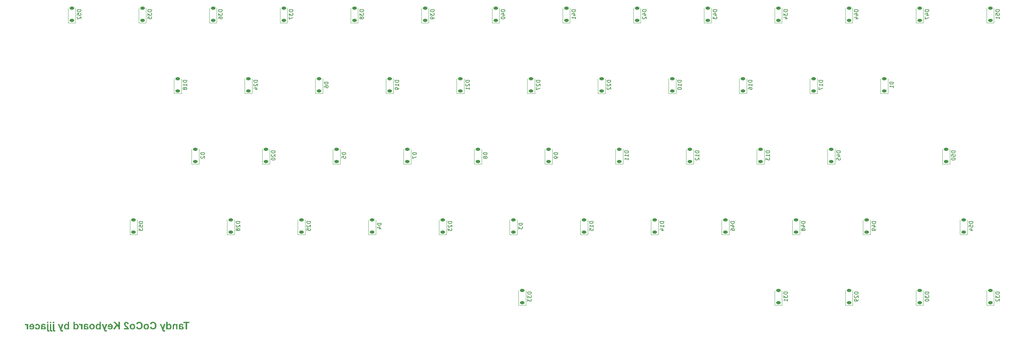
<source format=gbo>
%TF.GenerationSoftware,KiCad,Pcbnew,9.0.1*%
%TF.CreationDate,2025-06-03T04:36:32-05:00*%
%TF.ProjectId,coco2Keyboard,636f636f-324b-4657-9962-6f6172642e6b,rev?*%
%TF.SameCoordinates,Original*%
%TF.FileFunction,Legend,Bot*%
%TF.FilePolarity,Positive*%
%FSLAX46Y46*%
G04 Gerber Fmt 4.6, Leading zero omitted, Abs format (unit mm)*
G04 Created by KiCad (PCBNEW 9.0.1) date 2025-06-03 04:36:32*
%MOMM*%
%LPD*%
G01*
G04 APERTURE LIST*
G04 Aperture macros list*
%AMRoundRect*
0 Rectangle with rounded corners*
0 $1 Rounding radius*
0 $2 $3 $4 $5 $6 $7 $8 $9 X,Y pos of 4 corners*
0 Add a 4 corners polygon primitive as box body*
4,1,4,$2,$3,$4,$5,$6,$7,$8,$9,$2,$3,0*
0 Add four circle primitives for the rounded corners*
1,1,$1+$1,$2,$3*
1,1,$1+$1,$4,$5*
1,1,$1+$1,$6,$7*
1,1,$1+$1,$8,$9*
0 Add four rect primitives between the rounded corners*
20,1,$1+$1,$2,$3,$4,$5,0*
20,1,$1+$1,$4,$5,$6,$7,0*
20,1,$1+$1,$6,$7,$8,$9,0*
20,1,$1+$1,$8,$9,$2,$3,0*%
G04 Aperture macros list end*
%ADD10C,0.200000*%
%ADD11C,0.150000*%
%ADD12C,0.120000*%
%ADD13C,1.700000*%
%ADD14C,4.000000*%
%ADD15C,2.200000*%
%ADD16C,3.050000*%
%ADD17C,5.000000*%
%ADD18R,1.700000X1.700000*%
%ADD19RoundRect,0.225000X0.375000X-0.225000X0.375000X0.225000X-0.375000X0.225000X-0.375000X-0.225000X0*%
G04 APERTURE END LIST*
D10*
G36*
X60595551Y-137160000D02*
G01*
X60595551Y-135487424D01*
X61189916Y-135487424D01*
X61189916Y-135151346D01*
X59598185Y-135151346D01*
X59598185Y-135487424D01*
X60191207Y-135487424D01*
X60191207Y-137160000D01*
X60595551Y-137160000D01*
G37*
G36*
X59126555Y-135675003D02*
G01*
X59242729Y-135696367D01*
X59335098Y-135728768D01*
X59407920Y-135770624D01*
X59491365Y-135848690D01*
X59558888Y-135952986D01*
X59610031Y-136089239D01*
X59261618Y-136151765D01*
X59217903Y-136058843D01*
X59168806Y-136005830D01*
X59103968Y-135975625D01*
X59008949Y-135964187D01*
X58907953Y-135971146D01*
X58842716Y-135988542D01*
X58802686Y-136012669D01*
X58774081Y-136048902D01*
X58755150Y-136101107D01*
X58747976Y-136174968D01*
X58747976Y-136214291D01*
X58873216Y-136254803D01*
X59120935Y-136309057D01*
X59307708Y-136354009D01*
X59426238Y-136399061D01*
X59492147Y-136438799D01*
X59546627Y-136487986D01*
X59590858Y-136547316D01*
X59623185Y-136614025D01*
X59642846Y-136687018D01*
X59649598Y-136767745D01*
X59641204Y-136858837D01*
X59616910Y-136939438D01*
X59577028Y-137011621D01*
X59520516Y-137076835D01*
X59452757Y-137128670D01*
X59372981Y-137166648D01*
X59278852Y-137190589D01*
X59167341Y-137199078D01*
X59043421Y-137186748D01*
X58928227Y-137150230D01*
X58821197Y-137090299D01*
X58717812Y-137003684D01*
X58704134Y-137048136D01*
X58667254Y-137160000D01*
X58287456Y-137160000D01*
X58330954Y-137056053D01*
X58356454Y-136964117D01*
X58369415Y-136860026D01*
X58374895Y-136680307D01*
X58373652Y-136541210D01*
X58747976Y-136541210D01*
X58752711Y-136668754D01*
X58762997Y-136729277D01*
X58796233Y-136798089D01*
X58854588Y-136856894D01*
X58920003Y-136895726D01*
X58985589Y-136918140D01*
X59052669Y-136925526D01*
X59112207Y-136918673D01*
X59162516Y-136899014D01*
X59205687Y-136866542D01*
X59239396Y-136824216D01*
X59259102Y-136778043D01*
X59265771Y-136726468D01*
X59257617Y-136675358D01*
X59233350Y-136630751D01*
X59190666Y-136590669D01*
X59126783Y-136561684D01*
X58981594Y-136523381D01*
X58747976Y-136464396D01*
X58747976Y-136541210D01*
X58373652Y-136541210D01*
X58370865Y-136229434D01*
X58378426Y-136059464D01*
X58397142Y-135949952D01*
X58422156Y-135883709D01*
X58462448Y-135826933D01*
X58520247Y-135775203D01*
X58599110Y-135728370D01*
X58685679Y-135697331D01*
X58809525Y-135675561D01*
X58981594Y-135667187D01*
X59126555Y-135675003D01*
G37*
G36*
X56673377Y-137160000D02*
G01*
X57057327Y-137160000D01*
X57057327Y-136415914D01*
X57065404Y-136200277D01*
X57081995Y-136110488D01*
X57114677Y-136048253D01*
X57161863Y-136002655D01*
X57221614Y-135974159D01*
X57295097Y-135964187D01*
X57390015Y-135978038D01*
X57474005Y-136019141D01*
X57540884Y-136083024D01*
X57582693Y-136164588D01*
X57602835Y-136274326D01*
X57612002Y-136499567D01*
X57612002Y-137160000D01*
X57995952Y-137160000D01*
X57995952Y-135706266D01*
X57639357Y-135706266D01*
X57639357Y-135919368D01*
X57556384Y-135825640D01*
X57468216Y-135755698D01*
X57374038Y-135706728D01*
X57272361Y-135677244D01*
X57161130Y-135667187D01*
X57038147Y-135678985D01*
X56928977Y-135713227D01*
X56834023Y-135767516D01*
X56769731Y-135830830D01*
X56724147Y-135906703D01*
X56694626Y-135993007D01*
X56679532Y-136093510D01*
X56673377Y-136252759D01*
X56673377Y-137160000D01*
G37*
G36*
X55336636Y-135869420D02*
G01*
X55432554Y-135778590D01*
X55533416Y-135716415D01*
X55640873Y-135679620D01*
X55757466Y-135667187D01*
X55886030Y-135679667D01*
X56000122Y-135715900D01*
X56102769Y-135775717D01*
X56196004Y-135861116D01*
X56267867Y-135961925D01*
X56321955Y-136086416D01*
X56356906Y-136239588D01*
X56369539Y-136427637D01*
X56356870Y-136610427D01*
X56321438Y-136762704D01*
X56265913Y-136889672D01*
X56191242Y-136995502D01*
X56094963Y-137086616D01*
X55992795Y-137149237D01*
X55883013Y-137186455D01*
X55762962Y-137199078D01*
X55642103Y-137183527D01*
X55519085Y-137135209D01*
X55443245Y-137086751D01*
X55373497Y-137024471D01*
X55309403Y-136946898D01*
X55309403Y-137160000D01*
X54952808Y-137160000D01*
X54952808Y-136443635D01*
X55335293Y-136443635D01*
X55347364Y-136593596D01*
X55379627Y-136705144D01*
X55428227Y-136787163D01*
X55496403Y-136852350D01*
X55570578Y-136889600D01*
X55653663Y-136902079D01*
X55732519Y-136892456D01*
X55800524Y-136864528D01*
X55860313Y-136817700D01*
X55913171Y-136748817D01*
X55945562Y-136674621D01*
X55968483Y-136564321D01*
X55977407Y-136405900D01*
X55965471Y-136261621D01*
X55933515Y-136154151D01*
X55885205Y-136074951D01*
X55817615Y-136012603D01*
X55742348Y-135976444D01*
X55656350Y-135964187D01*
X55567884Y-135976745D01*
X55492069Y-136013490D01*
X55425540Y-136076416D01*
X55379410Y-136156806D01*
X55347574Y-136274875D01*
X55335293Y-136443635D01*
X54952808Y-136443635D01*
X54952808Y-135151346D01*
X55336636Y-135151346D01*
X55336636Y-135869420D01*
G37*
G36*
X54755460Y-135706266D02*
G01*
X54346964Y-135706266D01*
X54000017Y-136741001D01*
X53661130Y-135706266D01*
X53263625Y-135706266D01*
X53775924Y-137106144D01*
X53867393Y-137363698D01*
X53920011Y-137482038D01*
X53963747Y-137557383D01*
X54013678Y-137618722D01*
X54069016Y-137665949D01*
X54133241Y-137702091D01*
X54215195Y-137730795D01*
X54305069Y-137747900D01*
X54411200Y-137753998D01*
X54521019Y-137748208D01*
X54628454Y-137730917D01*
X54662648Y-137431231D01*
X54574396Y-137444973D01*
X54500104Y-137449183D01*
X54414442Y-137439347D01*
X54350168Y-137412453D01*
X54302023Y-137369804D01*
X54246693Y-137282520D01*
X54203593Y-137167815D01*
X54755460Y-135706266D01*
G37*
G36*
X50956507Y-136417501D02*
G01*
X50564375Y-136542554D01*
X50620325Y-136704584D01*
X50689429Y-136837421D01*
X50770734Y-136945314D01*
X50864305Y-137031528D01*
X50972431Y-137099504D01*
X51095343Y-137149248D01*
X51235609Y-137180358D01*
X51396388Y-137191263D01*
X51554197Y-137179777D01*
X51696445Y-137146493D01*
X51825643Y-137092289D01*
X51943797Y-137016850D01*
X52052302Y-136918688D01*
X52141757Y-136806186D01*
X52212505Y-136677990D01*
X52264742Y-136531828D01*
X52297587Y-136364778D01*
X52309124Y-136173381D01*
X52297314Y-135969732D01*
X52263878Y-135793914D01*
X52211065Y-135641959D01*
X52140067Y-135510481D01*
X52050959Y-135396810D01*
X51942102Y-135297920D01*
X51821713Y-135221456D01*
X51688170Y-135166145D01*
X51539168Y-135131951D01*
X51371842Y-135120083D01*
X51190404Y-135134715D01*
X51033055Y-135176530D01*
X50895577Y-135243916D01*
X50774790Y-135337337D01*
X50694822Y-135430330D01*
X50626159Y-135551392D01*
X50569870Y-135706266D01*
X50970184Y-135800055D01*
X51003323Y-135701647D01*
X51052620Y-135620633D01*
X51118440Y-135554225D01*
X51197740Y-135504665D01*
X51288078Y-135474467D01*
X51392358Y-135463977D01*
X51500626Y-135474430D01*
X51595271Y-135504584D01*
X51679058Y-135554049D01*
X51753838Y-135624323D01*
X51809373Y-135706817D01*
X51852728Y-135816115D01*
X51881699Y-135958930D01*
X51892445Y-136143339D01*
X51881618Y-136340343D01*
X51852676Y-136490410D01*
X51809871Y-136602937D01*
X51755792Y-136685802D01*
X51681901Y-136756828D01*
X51599410Y-136806631D01*
X51506532Y-136836897D01*
X51400540Y-136847369D01*
X51297027Y-136835598D01*
X51205547Y-136801242D01*
X51123203Y-136743688D01*
X51057048Y-136667322D01*
X51000938Y-136561163D01*
X50956507Y-136417501D01*
G37*
G36*
X49701540Y-135678092D02*
G01*
X49829508Y-135709965D01*
X49947906Y-135762442D01*
X50054160Y-135835256D01*
X50142725Y-135926578D01*
X50214986Y-136038436D01*
X50267816Y-136161652D01*
X50298928Y-136285802D01*
X50309263Y-136412372D01*
X50297885Y-136578673D01*
X50265773Y-136720214D01*
X50214986Y-136841018D01*
X50142429Y-136948923D01*
X50051350Y-137037349D01*
X49939724Y-137107976D01*
X49816374Y-137158775D01*
X49690014Y-137188971D01*
X49559193Y-137199078D01*
X49401732Y-137184830D01*
X49262260Y-137143598D01*
X49137276Y-137075984D01*
X49024302Y-136980359D01*
X48931925Y-136864789D01*
X48866131Y-136736242D01*
X48825792Y-136592144D01*
X48811925Y-136430324D01*
X49206629Y-136430324D01*
X49219543Y-136575392D01*
X49254570Y-136685914D01*
X49308478Y-136769699D01*
X49382642Y-136835181D01*
X49465563Y-136873431D01*
X49560537Y-136886448D01*
X49655539Y-136873447D01*
X49738715Y-136835206D01*
X49813328Y-136769699D01*
X49867691Y-136685911D01*
X49902863Y-136576220D01*
X49915788Y-136433133D01*
X49902861Y-136290047D01*
X49867686Y-136180401D01*
X49813328Y-136096688D01*
X49738706Y-136031108D01*
X49655530Y-135992830D01*
X49560537Y-135979818D01*
X49465572Y-135992846D01*
X49382651Y-136031132D01*
X49308478Y-136096688D01*
X49254358Y-136180305D01*
X49219433Y-136289114D01*
X49206629Y-136430324D01*
X48811925Y-136430324D01*
X48811810Y-136428981D01*
X48825672Y-136267166D01*
X48865641Y-136124456D01*
X48930793Y-135997332D01*
X49022226Y-135883220D01*
X49134032Y-135789265D01*
X49259281Y-135722431D01*
X49400650Y-135681428D01*
X49561880Y-135667187D01*
X49701540Y-135678092D01*
G37*
G36*
X47226430Y-136417501D02*
G01*
X46834298Y-136542554D01*
X46890248Y-136704584D01*
X46959352Y-136837421D01*
X47040657Y-136945314D01*
X47134228Y-137031528D01*
X47242354Y-137099504D01*
X47365266Y-137149248D01*
X47505533Y-137180358D01*
X47666311Y-137191263D01*
X47824120Y-137179777D01*
X47966368Y-137146493D01*
X48095566Y-137092289D01*
X48213721Y-137016850D01*
X48322226Y-136918688D01*
X48411680Y-136806186D01*
X48482428Y-136677990D01*
X48534665Y-136531828D01*
X48567510Y-136364778D01*
X48579047Y-136173381D01*
X48567237Y-135969732D01*
X48533801Y-135793914D01*
X48480988Y-135641959D01*
X48409991Y-135510481D01*
X48320882Y-135396810D01*
X48212025Y-135297920D01*
X48091636Y-135221456D01*
X47958093Y-135166145D01*
X47809092Y-135131951D01*
X47641765Y-135120083D01*
X47460327Y-135134715D01*
X47302979Y-135176530D01*
X47165500Y-135243916D01*
X47044713Y-135337337D01*
X46964745Y-135430330D01*
X46896082Y-135551392D01*
X46839794Y-135706266D01*
X47240108Y-135800055D01*
X47273246Y-135701647D01*
X47322543Y-135620633D01*
X47388363Y-135554225D01*
X47467663Y-135504665D01*
X47558001Y-135474467D01*
X47662281Y-135463977D01*
X47770549Y-135474430D01*
X47865194Y-135504584D01*
X47948982Y-135554049D01*
X48023761Y-135624323D01*
X48079296Y-135706817D01*
X48122651Y-135816115D01*
X48151623Y-135958930D01*
X48162369Y-136143339D01*
X48151541Y-136340343D01*
X48122599Y-136490410D01*
X48079794Y-136602937D01*
X48025715Y-136685802D01*
X47951824Y-136756828D01*
X47869333Y-136806631D01*
X47776455Y-136836897D01*
X47670464Y-136847369D01*
X47566951Y-136835598D01*
X47475471Y-136801242D01*
X47393126Y-136743688D01*
X47326971Y-136667322D01*
X47270861Y-136561163D01*
X47226430Y-136417501D01*
G37*
G36*
X45971463Y-135678092D02*
G01*
X46099432Y-135709965D01*
X46217829Y-135762442D01*
X46324083Y-135835256D01*
X46412648Y-135926578D01*
X46484909Y-136038436D01*
X46537739Y-136161652D01*
X46568851Y-136285802D01*
X46579187Y-136412372D01*
X46567808Y-136578673D01*
X46535697Y-136720214D01*
X46484909Y-136841018D01*
X46412352Y-136948923D01*
X46321273Y-137037349D01*
X46209647Y-137107976D01*
X46086297Y-137158775D01*
X45959937Y-137188971D01*
X45829117Y-137199078D01*
X45671656Y-137184830D01*
X45532183Y-137143598D01*
X45407199Y-137075984D01*
X45294225Y-136980359D01*
X45201848Y-136864789D01*
X45136054Y-136736242D01*
X45095715Y-136592144D01*
X45081849Y-136430324D01*
X45476552Y-136430324D01*
X45489466Y-136575392D01*
X45524493Y-136685914D01*
X45578401Y-136769699D01*
X45652566Y-136835181D01*
X45735486Y-136873431D01*
X45830460Y-136886448D01*
X45925462Y-136873447D01*
X46008639Y-136835206D01*
X46083251Y-136769699D01*
X46137614Y-136685911D01*
X46172787Y-136576220D01*
X46185711Y-136433133D01*
X46172784Y-136290047D01*
X46137610Y-136180401D01*
X46083251Y-136096688D01*
X46008630Y-136031108D01*
X45925453Y-135992830D01*
X45830460Y-135979818D01*
X45735495Y-135992846D01*
X45652575Y-136031132D01*
X45578401Y-136096688D01*
X45524282Y-136180305D01*
X45489356Y-136289114D01*
X45476552Y-136430324D01*
X45081849Y-136430324D01*
X45081734Y-136428981D01*
X45095595Y-136267166D01*
X45135564Y-136124456D01*
X45200716Y-135997332D01*
X45292149Y-135883220D01*
X45403956Y-135789265D01*
X45529204Y-135722431D01*
X45670573Y-135681428D01*
X45831803Y-135667187D01*
X45971463Y-135678092D01*
G37*
G36*
X43566085Y-136800474D02*
G01*
X43566085Y-137160000D01*
X44911741Y-137160000D01*
X44887613Y-137028546D01*
X44844167Y-136901578D01*
X44780582Y-136777882D01*
X44698603Y-136662389D01*
X44560793Y-136506204D01*
X44348883Y-136298921D01*
X44117218Y-136073323D01*
X44030635Y-135971880D01*
X43985258Y-135890116D01*
X43959629Y-135812532D01*
X43951378Y-135737529D01*
X43959891Y-135654855D01*
X43983342Y-135590639D01*
X44020376Y-135540669D01*
X44070352Y-135503409D01*
X44132708Y-135480138D01*
X44211008Y-135471793D01*
X44288096Y-135480416D01*
X44350768Y-135504733D01*
X44402250Y-135544211D01*
X44440003Y-135597202D01*
X44468235Y-135674571D01*
X44484193Y-135784424D01*
X44866678Y-135746200D01*
X44837629Y-135587806D01*
X44791026Y-135462838D01*
X44729113Y-135365066D01*
X44652233Y-135289832D01*
X44559069Y-135230612D01*
X44454297Y-135187514D01*
X44335894Y-135160703D01*
X44201360Y-135151346D01*
X44053624Y-135162460D01*
X43929292Y-135193750D01*
X43824292Y-135243277D01*
X43735467Y-135310715D01*
X43660934Y-135395803D01*
X43608644Y-135488910D01*
X43576975Y-135591794D01*
X43566085Y-135706999D01*
X43578286Y-135839012D01*
X43614567Y-135963698D01*
X43674667Y-136084141D01*
X43768318Y-136218932D01*
X43854159Y-136314849D01*
X44019644Y-136473677D01*
X44249842Y-136694228D01*
X44328367Y-136800474D01*
X43566085Y-136800474D01*
G37*
G36*
X42439392Y-137160000D02*
G01*
X42439392Y-135151346D01*
X42035048Y-135151346D01*
X42035048Y-136038558D01*
X41218056Y-135151346D01*
X40674249Y-135151346D01*
X41428471Y-135932191D01*
X40633217Y-137160000D01*
X41156507Y-137160000D01*
X41707152Y-136218810D01*
X42035048Y-136554521D01*
X42035048Y-137160000D01*
X42439392Y-137160000D01*
G37*
G36*
X40014073Y-135680523D02*
G01*
X40138228Y-135719194D01*
X40249713Y-135782894D01*
X40350750Y-135873572D01*
X40430205Y-135981356D01*
X40488852Y-136109532D01*
X40526055Y-136262094D01*
X40539305Y-136444124D01*
X40529475Y-136596626D01*
X40501446Y-136729835D01*
X40456717Y-136846615D01*
X40395812Y-136949340D01*
X40317439Y-137037267D01*
X40224809Y-137105773D01*
X40115883Y-137156079D01*
X39987535Y-137187823D01*
X39835764Y-137199078D01*
X39679801Y-137185673D01*
X39548612Y-137147786D01*
X39437526Y-137087215D01*
X39342760Y-137003406D01*
X39265178Y-136896163D01*
X39204518Y-136761395D01*
X39587002Y-136698869D01*
X39628103Y-136794702D01*
X39679937Y-136853963D01*
X39747170Y-136889601D01*
X39831612Y-136902079D01*
X39915862Y-136891355D01*
X39988667Y-136860127D01*
X40052896Y-136807435D01*
X40100969Y-136739278D01*
X40132508Y-136652666D01*
X40145830Y-136542554D01*
X39184002Y-136542554D01*
X39189928Y-136357266D01*
X39197288Y-136308080D01*
X39565143Y-136308080D01*
X40138991Y-136308080D01*
X40129754Y-136205126D01*
X40102366Y-136122846D01*
X40058391Y-136056755D01*
X39998651Y-136005175D01*
X39930369Y-135974673D01*
X39850662Y-135964187D01*
X39776107Y-135973980D01*
X39710439Y-136002770D01*
X39651238Y-136051870D01*
X39607303Y-136115190D01*
X39577883Y-136198662D01*
X39565143Y-136308080D01*
X39197288Y-136308080D01*
X39213009Y-136203009D01*
X39250591Y-136075098D01*
X39300877Y-135969429D01*
X39363032Y-135882609D01*
X39463676Y-135789424D01*
X39580070Y-135722852D01*
X39715336Y-135681650D01*
X39873988Y-135667187D01*
X40014073Y-135680523D01*
G37*
G36*
X39053576Y-135706266D02*
G01*
X38645080Y-135706266D01*
X38298133Y-136741001D01*
X37959246Y-135706266D01*
X37561741Y-135706266D01*
X38074040Y-137106144D01*
X38165509Y-137363698D01*
X38218127Y-137482038D01*
X38261863Y-137557383D01*
X38311794Y-137618722D01*
X38367131Y-137665949D01*
X38431356Y-137702091D01*
X38513311Y-137730795D01*
X38603185Y-137747900D01*
X38709316Y-137753998D01*
X38819134Y-137748208D01*
X38926570Y-137730917D01*
X38960764Y-137431231D01*
X38872512Y-137444973D01*
X38798220Y-137449183D01*
X38712558Y-137439347D01*
X38648284Y-137412453D01*
X38600139Y-137369804D01*
X38544809Y-137282520D01*
X38501709Y-137167815D01*
X39053576Y-135706266D01*
G37*
G36*
X37333007Y-137160000D02*
G01*
X36976413Y-137160000D01*
X36976413Y-136946898D01*
X36913359Y-137022748D01*
X36844066Y-137084625D01*
X36768073Y-137133743D01*
X36685569Y-137170582D01*
X36604182Y-137192024D01*
X36522854Y-137199078D01*
X36401279Y-137186418D01*
X36290792Y-137149199D01*
X36188659Y-137086782D01*
X36093108Y-136996235D01*
X36019483Y-136890956D01*
X35964336Y-136762780D01*
X35928898Y-136607047D01*
X35917784Y-136442170D01*
X36309630Y-136442170D01*
X36321580Y-136599329D01*
X36352947Y-136712068D01*
X36399145Y-136791315D01*
X36464873Y-136854204D01*
X36536122Y-136890080D01*
X36615666Y-136902079D01*
X36693753Y-136892451D01*
X36762547Y-136864254D01*
X36824455Y-136816569D01*
X36880669Y-136746008D01*
X36917033Y-136668796D01*
X36942134Y-136558815D01*
X36951744Y-136405900D01*
X36939810Y-136259695D01*
X36908026Y-136151962D01*
X36860275Y-136073607D01*
X36793125Y-136012185D01*
X36717640Y-135976378D01*
X36630687Y-135964187D01*
X36542221Y-135976745D01*
X36466406Y-136013490D01*
X36399877Y-136076416D01*
X36353703Y-136156783D01*
X36321888Y-136274434D01*
X36309630Y-136442170D01*
X35917784Y-136442170D01*
X35916154Y-136417990D01*
X35928661Y-136235303D01*
X35963411Y-136085217D01*
X36017473Y-135962017D01*
X36089689Y-135861116D01*
X36182924Y-135775717D01*
X36285571Y-135715900D01*
X36399663Y-135679667D01*
X36528227Y-135667187D01*
X36644821Y-135679620D01*
X36752277Y-135716415D01*
X36853139Y-135778590D01*
X36949057Y-135869420D01*
X36949057Y-135151346D01*
X37333007Y-135151346D01*
X37333007Y-137160000D01*
G37*
G36*
X35088002Y-135678092D02*
G01*
X35215970Y-135709965D01*
X35334368Y-135762442D01*
X35440622Y-135835256D01*
X35529187Y-135926578D01*
X35601448Y-136038436D01*
X35654278Y-136161652D01*
X35685390Y-136285802D01*
X35695725Y-136412372D01*
X35684347Y-136578673D01*
X35652235Y-136720214D01*
X35601448Y-136841018D01*
X35528891Y-136948923D01*
X35437812Y-137037349D01*
X35326186Y-137107976D01*
X35202836Y-137158775D01*
X35076476Y-137188971D01*
X34945655Y-137199078D01*
X34788194Y-137184830D01*
X34648722Y-137143598D01*
X34523738Y-137075984D01*
X34410764Y-136980359D01*
X34318387Y-136864789D01*
X34252593Y-136736242D01*
X34212254Y-136592144D01*
X34198387Y-136430324D01*
X34593091Y-136430324D01*
X34606005Y-136575392D01*
X34641032Y-136685914D01*
X34694940Y-136769699D01*
X34769104Y-136835181D01*
X34852025Y-136873431D01*
X34946999Y-136886448D01*
X35042001Y-136873447D01*
X35125177Y-136835206D01*
X35199790Y-136769699D01*
X35254153Y-136685911D01*
X35289325Y-136576220D01*
X35302250Y-136433133D01*
X35289322Y-136290047D01*
X35254148Y-136180401D01*
X35199790Y-136096688D01*
X35125168Y-136031108D01*
X35041992Y-135992830D01*
X34946999Y-135979818D01*
X34852034Y-135992846D01*
X34769113Y-136031132D01*
X34694940Y-136096688D01*
X34640820Y-136180305D01*
X34605895Y-136289114D01*
X34593091Y-136430324D01*
X34198387Y-136430324D01*
X34198272Y-136428981D01*
X34212134Y-136267166D01*
X34252103Y-136124456D01*
X34317255Y-135997332D01*
X34408688Y-135883220D01*
X34520494Y-135789265D01*
X34645743Y-135722431D01*
X34787111Y-135681428D01*
X34948342Y-135667187D01*
X35088002Y-135678092D01*
G37*
G36*
X33475194Y-135675003D02*
G01*
X33591368Y-135696367D01*
X33683738Y-135728768D01*
X33756559Y-135770624D01*
X33840004Y-135848690D01*
X33907527Y-135952986D01*
X33958670Y-136089239D01*
X33610258Y-136151765D01*
X33566542Y-136058843D01*
X33517445Y-136005830D01*
X33452607Y-135975625D01*
X33357588Y-135964187D01*
X33256592Y-135971146D01*
X33191355Y-135988542D01*
X33151325Y-136012669D01*
X33122720Y-136048902D01*
X33103789Y-136101107D01*
X33096615Y-136174968D01*
X33096615Y-136214291D01*
X33221855Y-136254803D01*
X33469574Y-136309057D01*
X33656347Y-136354009D01*
X33774877Y-136399061D01*
X33840787Y-136438799D01*
X33895266Y-136487986D01*
X33939497Y-136547316D01*
X33971824Y-136614025D01*
X33991485Y-136687018D01*
X33998237Y-136767745D01*
X33989844Y-136858837D01*
X33965549Y-136939438D01*
X33925667Y-137011621D01*
X33869155Y-137076835D01*
X33801396Y-137128670D01*
X33721620Y-137166648D01*
X33627491Y-137190589D01*
X33515980Y-137199078D01*
X33392060Y-137186748D01*
X33276866Y-137150230D01*
X33169836Y-137090299D01*
X33066451Y-137003684D01*
X33052773Y-137048136D01*
X33015893Y-137160000D01*
X32636095Y-137160000D01*
X32679594Y-137056053D01*
X32705094Y-136964117D01*
X32718055Y-136860026D01*
X32723534Y-136680307D01*
X32722291Y-136541210D01*
X33096615Y-136541210D01*
X33101350Y-136668754D01*
X33111636Y-136729277D01*
X33144872Y-136798089D01*
X33203227Y-136856894D01*
X33268642Y-136895726D01*
X33334228Y-136918140D01*
X33401308Y-136925526D01*
X33460846Y-136918673D01*
X33511156Y-136899014D01*
X33554326Y-136866542D01*
X33588035Y-136824216D01*
X33607742Y-136778043D01*
X33614410Y-136726468D01*
X33606256Y-136675358D01*
X33581989Y-136630751D01*
X33539305Y-136590669D01*
X33475422Y-136561684D01*
X33330233Y-136523381D01*
X33096615Y-136464396D01*
X33096615Y-136541210D01*
X32722291Y-136541210D01*
X32719504Y-136229434D01*
X32727065Y-136059464D01*
X32745781Y-135949952D01*
X32770795Y-135883709D01*
X32811088Y-135826933D01*
X32868886Y-135775203D01*
X32947749Y-135728370D01*
X33034319Y-135697331D01*
X33158164Y-135675561D01*
X33330233Y-135667187D01*
X33475194Y-135675003D01*
G37*
G36*
X31974319Y-137160000D02*
G01*
X32358269Y-137160000D01*
X32358269Y-135706266D01*
X32001674Y-135706266D01*
X32001674Y-135912529D01*
X31907469Y-135782019D01*
X31837055Y-135716769D01*
X31759496Y-135679735D01*
X31671092Y-135667187D01*
X31585555Y-135675062D01*
X31501706Y-135698835D01*
X31418300Y-135739483D01*
X31537124Y-136073852D01*
X31634503Y-136025476D01*
X31717498Y-136011081D01*
X31792966Y-136022618D01*
X31854152Y-136055900D01*
X31900997Y-136113087D01*
X31942201Y-136217711D01*
X31963934Y-136366422D01*
X31974319Y-136708150D01*
X31974319Y-137160000D01*
G37*
G36*
X30306629Y-135869420D02*
G01*
X30402547Y-135778590D01*
X30503409Y-135716415D01*
X30610866Y-135679620D01*
X30727459Y-135667187D01*
X30856023Y-135679667D01*
X30970115Y-135715900D01*
X31072762Y-135775717D01*
X31165997Y-135861116D01*
X31237860Y-135961925D01*
X31291948Y-136086416D01*
X31326899Y-136239588D01*
X31339532Y-136427637D01*
X31326863Y-136610427D01*
X31291431Y-136762704D01*
X31235906Y-136889672D01*
X31161235Y-136995502D01*
X31064956Y-137086616D01*
X30962788Y-137149237D01*
X30853006Y-137186455D01*
X30732955Y-137199078D01*
X30612096Y-137183527D01*
X30489078Y-137135209D01*
X30413238Y-137086751D01*
X30343490Y-137024471D01*
X30279396Y-136946898D01*
X30279396Y-137160000D01*
X29922801Y-137160000D01*
X29922801Y-136443635D01*
X30305286Y-136443635D01*
X30317357Y-136593596D01*
X30349620Y-136705144D01*
X30398220Y-136787163D01*
X30466396Y-136852350D01*
X30540571Y-136889600D01*
X30623656Y-136902079D01*
X30702512Y-136892456D01*
X30770517Y-136864528D01*
X30830306Y-136817700D01*
X30883164Y-136748817D01*
X30915555Y-136674621D01*
X30938476Y-136564321D01*
X30947400Y-136405900D01*
X30935464Y-136261621D01*
X30903508Y-136154151D01*
X30855198Y-136074951D01*
X30787608Y-136012603D01*
X30712341Y-135976444D01*
X30626343Y-135964187D01*
X30537877Y-135976745D01*
X30462062Y-136013490D01*
X30395533Y-136076416D01*
X30349403Y-136156806D01*
X30317567Y-136274875D01*
X30305286Y-136443635D01*
X29922801Y-136443635D01*
X29922801Y-135151346D01*
X30306629Y-135151346D01*
X30306629Y-135869420D01*
G37*
G36*
X28782554Y-137160000D02*
G01*
X28425959Y-137160000D01*
X28425959Y-136946898D01*
X28362906Y-137022748D01*
X28293613Y-137084625D01*
X28217620Y-137133743D01*
X28135115Y-137170582D01*
X28053729Y-137192024D01*
X27972400Y-137199078D01*
X27850826Y-137186418D01*
X27740338Y-137149199D01*
X27638205Y-137086782D01*
X27542655Y-136996235D01*
X27469030Y-136890956D01*
X27413882Y-136762780D01*
X27378444Y-136607047D01*
X27367331Y-136442170D01*
X27759176Y-136442170D01*
X27771126Y-136599329D01*
X27802493Y-136712068D01*
X27848691Y-136791315D01*
X27914419Y-136854204D01*
X27985669Y-136890080D01*
X28065212Y-136902079D01*
X28143299Y-136892451D01*
X28212094Y-136864254D01*
X28274002Y-136816569D01*
X28330216Y-136746008D01*
X28366579Y-136668796D01*
X28391680Y-136558815D01*
X28401290Y-136405900D01*
X28389356Y-136259695D01*
X28357572Y-136151962D01*
X28309822Y-136073607D01*
X28242671Y-136012185D01*
X28167186Y-135976378D01*
X28080233Y-135964187D01*
X27991768Y-135976745D01*
X27915952Y-136013490D01*
X27849424Y-136076416D01*
X27803249Y-136156783D01*
X27771434Y-136274434D01*
X27759176Y-136442170D01*
X27367331Y-136442170D01*
X27365701Y-136417990D01*
X27378207Y-136235303D01*
X27412957Y-136085217D01*
X27467019Y-135962017D01*
X27539235Y-135861116D01*
X27632471Y-135775717D01*
X27735118Y-135715900D01*
X27849210Y-135679667D01*
X27977773Y-135667187D01*
X28094367Y-135679620D01*
X28201824Y-135716415D01*
X28302685Y-135778590D01*
X28398604Y-135869420D01*
X28398604Y-135151346D01*
X28782554Y-135151346D01*
X28782554Y-137160000D01*
G37*
G36*
X27238084Y-135706266D02*
G01*
X26829588Y-135706266D01*
X26482641Y-136741001D01*
X26143754Y-135706266D01*
X25746249Y-135706266D01*
X26258548Y-137106144D01*
X26350017Y-137363698D01*
X26402635Y-137482038D01*
X26446371Y-137557383D01*
X26496302Y-137618722D01*
X26551639Y-137665949D01*
X26615864Y-137702091D01*
X26697819Y-137730795D01*
X26787693Y-137747900D01*
X26893824Y-137753998D01*
X27003642Y-137748208D01*
X27111078Y-137730917D01*
X27145272Y-137431231D01*
X27057020Y-137444973D01*
X26982728Y-137449183D01*
X26897066Y-137439347D01*
X26832792Y-137412453D01*
X26784647Y-137369804D01*
X26729317Y-137282520D01*
X26686217Y-137167815D01*
X27238084Y-135706266D01*
G37*
G36*
X24731664Y-135503056D02*
G01*
X24731664Y-135151346D01*
X24347714Y-135151346D01*
X24347714Y-135503056D01*
X24731664Y-135503056D01*
G37*
G36*
X24347714Y-135706266D02*
G01*
X24347714Y-137117623D01*
X24358824Y-137375590D01*
X24383984Y-137510488D01*
X24415626Y-137581449D01*
X24461614Y-137640601D01*
X24523325Y-137689518D01*
X24594801Y-137724072D01*
X24681327Y-137746102D01*
X24786252Y-137753998D01*
X24909961Y-137743618D01*
X25052721Y-137712721D01*
X24985676Y-137382138D01*
X24934385Y-137391053D01*
X24890055Y-137394473D01*
X24835027Y-137387691D01*
X24793824Y-137369071D01*
X24761979Y-137340481D01*
X24743998Y-137308133D01*
X24735996Y-137255452D01*
X24731664Y-137094420D01*
X24731664Y-135706266D01*
X24347714Y-135706266D01*
G37*
G36*
X23953995Y-135503056D02*
G01*
X23953995Y-135151346D01*
X23570045Y-135151346D01*
X23570045Y-135503056D01*
X23953995Y-135503056D01*
G37*
G36*
X23570045Y-135706266D02*
G01*
X23570045Y-137117623D01*
X23581155Y-137375590D01*
X23606315Y-137510488D01*
X23637957Y-137581449D01*
X23683945Y-137640601D01*
X23745655Y-137689518D01*
X23817132Y-137724072D01*
X23903658Y-137746102D01*
X24008583Y-137753998D01*
X24132292Y-137743618D01*
X24275052Y-137712721D01*
X24208007Y-137382138D01*
X24156716Y-137391053D01*
X24112386Y-137394473D01*
X24057358Y-137387691D01*
X24016154Y-137369071D01*
X23984310Y-137340481D01*
X23966329Y-137308133D01*
X23958327Y-137255452D01*
X23953995Y-137094420D01*
X23953995Y-135706266D01*
X23570045Y-135706266D01*
G37*
G36*
X23176325Y-135503056D02*
G01*
X23176325Y-135151346D01*
X22792376Y-135151346D01*
X22792376Y-135503056D01*
X23176325Y-135503056D01*
G37*
G36*
X22792376Y-135706266D02*
G01*
X22792376Y-137117623D01*
X22803486Y-137375590D01*
X22828646Y-137510488D01*
X22860288Y-137581449D01*
X22906275Y-137640601D01*
X22967986Y-137689518D01*
X23039462Y-137724072D01*
X23125989Y-137746102D01*
X23230914Y-137753998D01*
X23354623Y-137743618D01*
X23497383Y-137712721D01*
X23430338Y-137382138D01*
X23379047Y-137391053D01*
X23334717Y-137394473D01*
X23279689Y-137387691D01*
X23238485Y-137369071D01*
X23206641Y-137340481D01*
X23188660Y-137308133D01*
X23180658Y-137255452D01*
X23176325Y-137094420D01*
X23176325Y-135706266D01*
X22792376Y-135706266D01*
G37*
G36*
X21968425Y-135675003D02*
G01*
X22084599Y-135696367D01*
X22176969Y-135728768D01*
X22249790Y-135770624D01*
X22333235Y-135848690D01*
X22400758Y-135952986D01*
X22451901Y-136089239D01*
X22103489Y-136151765D01*
X22059773Y-136058843D01*
X22010676Y-136005830D01*
X21945838Y-135975625D01*
X21850819Y-135964187D01*
X21749823Y-135971146D01*
X21684586Y-135988542D01*
X21644556Y-136012669D01*
X21615951Y-136048902D01*
X21597020Y-136101107D01*
X21589846Y-136174968D01*
X21589846Y-136214291D01*
X21715086Y-136254803D01*
X21962805Y-136309057D01*
X22149578Y-136354009D01*
X22268108Y-136399061D01*
X22334018Y-136438799D01*
X22388497Y-136487986D01*
X22432728Y-136547316D01*
X22465055Y-136614025D01*
X22484716Y-136687018D01*
X22491468Y-136767745D01*
X22483075Y-136858837D01*
X22458780Y-136939438D01*
X22418898Y-137011621D01*
X22362386Y-137076835D01*
X22294627Y-137128670D01*
X22214851Y-137166648D01*
X22120722Y-137190589D01*
X22009211Y-137199078D01*
X21885291Y-137186748D01*
X21770097Y-137150230D01*
X21663067Y-137090299D01*
X21559682Y-137003684D01*
X21546004Y-137048136D01*
X21509124Y-137160000D01*
X21129326Y-137160000D01*
X21172825Y-137056053D01*
X21198325Y-136964117D01*
X21211286Y-136860026D01*
X21216765Y-136680307D01*
X21215522Y-136541210D01*
X21589846Y-136541210D01*
X21594581Y-136668754D01*
X21604867Y-136729277D01*
X21638103Y-136798089D01*
X21696458Y-136856894D01*
X21761873Y-136895726D01*
X21827459Y-136918140D01*
X21894539Y-136925526D01*
X21954077Y-136918673D01*
X22004386Y-136899014D01*
X22047557Y-136866542D01*
X22081266Y-136824216D01*
X22100973Y-136778043D01*
X22107641Y-136726468D01*
X22099487Y-136675358D01*
X22075220Y-136630751D01*
X22032536Y-136590669D01*
X21968653Y-136561684D01*
X21823464Y-136523381D01*
X21589846Y-136464396D01*
X21589846Y-136541210D01*
X21215522Y-136541210D01*
X21212735Y-136229434D01*
X21220296Y-136059464D01*
X21239012Y-135949952D01*
X21264026Y-135883709D01*
X21304319Y-135826933D01*
X21362117Y-135775203D01*
X21440980Y-135728370D01*
X21527550Y-135697331D01*
X21651395Y-135675561D01*
X21823464Y-135667187D01*
X21968425Y-135675003D01*
G37*
G36*
X19569958Y-136120502D02*
G01*
X19948412Y-136190844D01*
X19967740Y-136118916D01*
X19996880Y-136063443D01*
X20035240Y-136021217D01*
X20083162Y-135990288D01*
X20140811Y-135971025D01*
X20210729Y-135964187D01*
X20301673Y-135975929D01*
X20376687Y-136009540D01*
X20439584Y-136065547D01*
X20483137Y-136138599D01*
X20513275Y-136247286D01*
X20524947Y-136404312D01*
X20512885Y-136579778D01*
X20482057Y-136699155D01*
X20438241Y-136777515D01*
X20373819Y-136837993D01*
X20297448Y-136873951D01*
X20205233Y-136886448D01*
X20134819Y-136878967D01*
X20076015Y-136857700D01*
X20026325Y-136823066D01*
X19987668Y-136776015D01*
X19954313Y-136705792D01*
X19927896Y-136605080D01*
X19550785Y-136667606D01*
X19589120Y-136796935D01*
X19639869Y-136904228D01*
X19702205Y-136992722D01*
X19776221Y-137064867D01*
X19862327Y-137121328D01*
X19963512Y-137163150D01*
X20082572Y-137189665D01*
X20222941Y-137199078D01*
X20379400Y-137185434D01*
X20513590Y-137146529D01*
X20629666Y-137083753D01*
X20730600Y-136996235D01*
X20810429Y-136890004D01*
X20869241Y-136763771D01*
X20906503Y-136613608D01*
X20919766Y-136434476D01*
X20906391Y-136253160D01*
X20868894Y-136101857D01*
X20809848Y-135975311D01*
X20729867Y-135869420D01*
X20628718Y-135782421D01*
X20511674Y-135719806D01*
X20375616Y-135680875D01*
X20216224Y-135667187D01*
X20082335Y-135675178D01*
X19969540Y-135697564D01*
X19874567Y-135732546D01*
X19794661Y-135779173D01*
X19702979Y-135863551D01*
X19627972Y-135975428D01*
X19569958Y-136120502D01*
G37*
G36*
X18866550Y-135680523D02*
G01*
X18990705Y-135719194D01*
X19102190Y-135782894D01*
X19203227Y-135873572D01*
X19282682Y-135981356D01*
X19341330Y-136109532D01*
X19378533Y-136262094D01*
X19391782Y-136444124D01*
X19381953Y-136596626D01*
X19353924Y-136729835D01*
X19309194Y-136846615D01*
X19248290Y-136949340D01*
X19169917Y-137037267D01*
X19077286Y-137105773D01*
X18968360Y-137156079D01*
X18840012Y-137187823D01*
X18688241Y-137199078D01*
X18532278Y-137185673D01*
X18401089Y-137147786D01*
X18290003Y-137087215D01*
X18195237Y-137003406D01*
X18117656Y-136896163D01*
X18056995Y-136761395D01*
X18439480Y-136698869D01*
X18480580Y-136794702D01*
X18532414Y-136853963D01*
X18599647Y-136889601D01*
X18684089Y-136902079D01*
X18768339Y-136891355D01*
X18841144Y-136860127D01*
X18905373Y-136807435D01*
X18953446Y-136739278D01*
X18984985Y-136652666D01*
X18998307Y-136542554D01*
X18036479Y-136542554D01*
X18042406Y-136357266D01*
X18049766Y-136308080D01*
X18417620Y-136308080D01*
X18991468Y-136308080D01*
X18982231Y-136205126D01*
X18954844Y-136122846D01*
X18910868Y-136056755D01*
X18851128Y-136005175D01*
X18782846Y-135974673D01*
X18703140Y-135964187D01*
X18628585Y-135973980D01*
X18562916Y-136002770D01*
X18503715Y-136051870D01*
X18459781Y-136115190D01*
X18430361Y-136198662D01*
X18417620Y-136308080D01*
X18049766Y-136308080D01*
X18065487Y-136203009D01*
X18103068Y-136075098D01*
X18153355Y-135969429D01*
X18215509Y-135882609D01*
X18316153Y-135789424D01*
X18432547Y-135722852D01*
X18567813Y-135681650D01*
X18726465Y-135667187D01*
X18866550Y-135680523D01*
G37*
G36*
X17356873Y-137160000D02*
G01*
X17740823Y-137160000D01*
X17740823Y-135706266D01*
X17384228Y-135706266D01*
X17384228Y-135912529D01*
X17290023Y-135782019D01*
X17219609Y-135716769D01*
X17142050Y-135679735D01*
X17053646Y-135667187D01*
X16968109Y-135675062D01*
X16884260Y-135698835D01*
X16800854Y-135739483D01*
X16919678Y-136073852D01*
X17017057Y-136025476D01*
X17100052Y-136011081D01*
X17175520Y-136022618D01*
X17236706Y-136055900D01*
X17283551Y-136113087D01*
X17324755Y-136217711D01*
X17346488Y-136366422D01*
X17356873Y-136708150D01*
X17356873Y-137160000D01*
G37*
D11*
X260531119Y-127095714D02*
X259531119Y-127095714D01*
X259531119Y-127095714D02*
X259531119Y-127333809D01*
X259531119Y-127333809D02*
X259578738Y-127476666D01*
X259578738Y-127476666D02*
X259673976Y-127571904D01*
X259673976Y-127571904D02*
X259769214Y-127619523D01*
X259769214Y-127619523D02*
X259959690Y-127667142D01*
X259959690Y-127667142D02*
X260102547Y-127667142D01*
X260102547Y-127667142D02*
X260293023Y-127619523D01*
X260293023Y-127619523D02*
X260388261Y-127571904D01*
X260388261Y-127571904D02*
X260483500Y-127476666D01*
X260483500Y-127476666D02*
X260531119Y-127333809D01*
X260531119Y-127333809D02*
X260531119Y-127095714D01*
X259531119Y-128000476D02*
X259531119Y-128619523D01*
X259531119Y-128619523D02*
X259912071Y-128286190D01*
X259912071Y-128286190D02*
X259912071Y-128429047D01*
X259912071Y-128429047D02*
X259959690Y-128524285D01*
X259959690Y-128524285D02*
X260007309Y-128571904D01*
X260007309Y-128571904D02*
X260102547Y-128619523D01*
X260102547Y-128619523D02*
X260340642Y-128619523D01*
X260340642Y-128619523D02*
X260435880Y-128571904D01*
X260435880Y-128571904D02*
X260483500Y-128524285D01*
X260483500Y-128524285D02*
X260531119Y-128429047D01*
X260531119Y-128429047D02*
X260531119Y-128143333D01*
X260531119Y-128143333D02*
X260483500Y-128048095D01*
X260483500Y-128048095D02*
X260435880Y-128000476D01*
X259531119Y-129238571D02*
X259531119Y-129333809D01*
X259531119Y-129333809D02*
X259578738Y-129429047D01*
X259578738Y-129429047D02*
X259626357Y-129476666D01*
X259626357Y-129476666D02*
X259721595Y-129524285D01*
X259721595Y-129524285D02*
X259912071Y-129571904D01*
X259912071Y-129571904D02*
X260150166Y-129571904D01*
X260150166Y-129571904D02*
X260340642Y-129524285D01*
X260340642Y-129524285D02*
X260435880Y-129476666D01*
X260435880Y-129476666D02*
X260483500Y-129429047D01*
X260483500Y-129429047D02*
X260531119Y-129333809D01*
X260531119Y-129333809D02*
X260531119Y-129238571D01*
X260531119Y-129238571D02*
X260483500Y-129143333D01*
X260483500Y-129143333D02*
X260435880Y-129095714D01*
X260435880Y-129095714D02*
X260340642Y-129048095D01*
X260340642Y-129048095D02*
X260150166Y-129000476D01*
X260150166Y-129000476D02*
X259912071Y-129000476D01*
X259912071Y-129000476D02*
X259721595Y-129048095D01*
X259721595Y-129048095D02*
X259626357Y-129095714D01*
X259626357Y-129095714D02*
X259578738Y-129143333D01*
X259578738Y-129143333D02*
X259531119Y-129238571D01*
X222431119Y-127095714D02*
X221431119Y-127095714D01*
X221431119Y-127095714D02*
X221431119Y-127333809D01*
X221431119Y-127333809D02*
X221478738Y-127476666D01*
X221478738Y-127476666D02*
X221573976Y-127571904D01*
X221573976Y-127571904D02*
X221669214Y-127619523D01*
X221669214Y-127619523D02*
X221859690Y-127667142D01*
X221859690Y-127667142D02*
X222002547Y-127667142D01*
X222002547Y-127667142D02*
X222193023Y-127619523D01*
X222193023Y-127619523D02*
X222288261Y-127571904D01*
X222288261Y-127571904D02*
X222383500Y-127476666D01*
X222383500Y-127476666D02*
X222431119Y-127333809D01*
X222431119Y-127333809D02*
X222431119Y-127095714D01*
X221431119Y-128000476D02*
X221431119Y-128619523D01*
X221431119Y-128619523D02*
X221812071Y-128286190D01*
X221812071Y-128286190D02*
X221812071Y-128429047D01*
X221812071Y-128429047D02*
X221859690Y-128524285D01*
X221859690Y-128524285D02*
X221907309Y-128571904D01*
X221907309Y-128571904D02*
X222002547Y-128619523D01*
X222002547Y-128619523D02*
X222240642Y-128619523D01*
X222240642Y-128619523D02*
X222335880Y-128571904D01*
X222335880Y-128571904D02*
X222383500Y-128524285D01*
X222383500Y-128524285D02*
X222431119Y-128429047D01*
X222431119Y-128429047D02*
X222431119Y-128143333D01*
X222431119Y-128143333D02*
X222383500Y-128048095D01*
X222383500Y-128048095D02*
X222335880Y-128000476D01*
X222431119Y-129571904D02*
X222431119Y-129000476D01*
X222431119Y-129286190D02*
X221431119Y-129286190D01*
X221431119Y-129286190D02*
X221573976Y-129190952D01*
X221573976Y-129190952D02*
X221669214Y-129095714D01*
X221669214Y-129095714D02*
X221716833Y-129000476D01*
X165281119Y-50895714D02*
X164281119Y-50895714D01*
X164281119Y-50895714D02*
X164281119Y-51133809D01*
X164281119Y-51133809D02*
X164328738Y-51276666D01*
X164328738Y-51276666D02*
X164423976Y-51371904D01*
X164423976Y-51371904D02*
X164519214Y-51419523D01*
X164519214Y-51419523D02*
X164709690Y-51467142D01*
X164709690Y-51467142D02*
X164852547Y-51467142D01*
X164852547Y-51467142D02*
X165043023Y-51419523D01*
X165043023Y-51419523D02*
X165138261Y-51371904D01*
X165138261Y-51371904D02*
X165233500Y-51276666D01*
X165233500Y-51276666D02*
X165281119Y-51133809D01*
X165281119Y-51133809D02*
X165281119Y-50895714D01*
X164614452Y-52324285D02*
X165281119Y-52324285D01*
X164233500Y-52086190D02*
X164947785Y-51848095D01*
X164947785Y-51848095D02*
X164947785Y-52467142D01*
X165281119Y-53371904D02*
X165281119Y-52800476D01*
X165281119Y-53086190D02*
X164281119Y-53086190D01*
X164281119Y-53086190D02*
X164423976Y-52990952D01*
X164423976Y-52990952D02*
X164519214Y-52895714D01*
X164519214Y-52895714D02*
X164566833Y-52800476D01*
X222431119Y-50895714D02*
X221431119Y-50895714D01*
X221431119Y-50895714D02*
X221431119Y-51133809D01*
X221431119Y-51133809D02*
X221478738Y-51276666D01*
X221478738Y-51276666D02*
X221573976Y-51371904D01*
X221573976Y-51371904D02*
X221669214Y-51419523D01*
X221669214Y-51419523D02*
X221859690Y-51467142D01*
X221859690Y-51467142D02*
X222002547Y-51467142D01*
X222002547Y-51467142D02*
X222193023Y-51419523D01*
X222193023Y-51419523D02*
X222288261Y-51371904D01*
X222288261Y-51371904D02*
X222383500Y-51276666D01*
X222383500Y-51276666D02*
X222431119Y-51133809D01*
X222431119Y-51133809D02*
X222431119Y-50895714D01*
X221431119Y-51800476D02*
X221431119Y-52419523D01*
X221431119Y-52419523D02*
X221812071Y-52086190D01*
X221812071Y-52086190D02*
X221812071Y-52229047D01*
X221812071Y-52229047D02*
X221859690Y-52324285D01*
X221859690Y-52324285D02*
X221907309Y-52371904D01*
X221907309Y-52371904D02*
X222002547Y-52419523D01*
X222002547Y-52419523D02*
X222240642Y-52419523D01*
X222240642Y-52419523D02*
X222335880Y-52371904D01*
X222335880Y-52371904D02*
X222383500Y-52324285D01*
X222383500Y-52324285D02*
X222431119Y-52229047D01*
X222431119Y-52229047D02*
X222431119Y-51943333D01*
X222431119Y-51943333D02*
X222383500Y-51848095D01*
X222383500Y-51848095D02*
X222335880Y-51800476D01*
X221764452Y-53276666D02*
X222431119Y-53276666D01*
X221383500Y-53038571D02*
X222097785Y-52800476D01*
X222097785Y-52800476D02*
X222097785Y-53419523D01*
X98606119Y-70421905D02*
X97606119Y-70421905D01*
X97606119Y-70421905D02*
X97606119Y-70660000D01*
X97606119Y-70660000D02*
X97653738Y-70802857D01*
X97653738Y-70802857D02*
X97748976Y-70898095D01*
X97748976Y-70898095D02*
X97844214Y-70945714D01*
X97844214Y-70945714D02*
X98034690Y-70993333D01*
X98034690Y-70993333D02*
X98177547Y-70993333D01*
X98177547Y-70993333D02*
X98368023Y-70945714D01*
X98368023Y-70945714D02*
X98463261Y-70898095D01*
X98463261Y-70898095D02*
X98558500Y-70802857D01*
X98558500Y-70802857D02*
X98606119Y-70660000D01*
X98606119Y-70660000D02*
X98606119Y-70421905D01*
X97606119Y-71850476D02*
X97606119Y-71660000D01*
X97606119Y-71660000D02*
X97653738Y-71564762D01*
X97653738Y-71564762D02*
X97701357Y-71517143D01*
X97701357Y-71517143D02*
X97844214Y-71421905D01*
X97844214Y-71421905D02*
X98034690Y-71374286D01*
X98034690Y-71374286D02*
X98415642Y-71374286D01*
X98415642Y-71374286D02*
X98510880Y-71421905D01*
X98510880Y-71421905D02*
X98558500Y-71469524D01*
X98558500Y-71469524D02*
X98606119Y-71564762D01*
X98606119Y-71564762D02*
X98606119Y-71755238D01*
X98606119Y-71755238D02*
X98558500Y-71850476D01*
X98558500Y-71850476D02*
X98510880Y-71898095D01*
X98510880Y-71898095D02*
X98415642Y-71945714D01*
X98415642Y-71945714D02*
X98177547Y-71945714D01*
X98177547Y-71945714D02*
X98082309Y-71898095D01*
X98082309Y-71898095D02*
X98034690Y-71850476D01*
X98034690Y-71850476D02*
X97987071Y-71755238D01*
X97987071Y-71755238D02*
X97987071Y-71564762D01*
X97987071Y-71564762D02*
X98034690Y-71469524D01*
X98034690Y-71469524D02*
X98082309Y-71421905D01*
X98082309Y-71421905D02*
X98177547Y-71374286D01*
X198618619Y-88995714D02*
X197618619Y-88995714D01*
X197618619Y-88995714D02*
X197618619Y-89233809D01*
X197618619Y-89233809D02*
X197666238Y-89376666D01*
X197666238Y-89376666D02*
X197761476Y-89471904D01*
X197761476Y-89471904D02*
X197856714Y-89519523D01*
X197856714Y-89519523D02*
X198047190Y-89567142D01*
X198047190Y-89567142D02*
X198190047Y-89567142D01*
X198190047Y-89567142D02*
X198380523Y-89519523D01*
X198380523Y-89519523D02*
X198475761Y-89471904D01*
X198475761Y-89471904D02*
X198571000Y-89376666D01*
X198571000Y-89376666D02*
X198618619Y-89233809D01*
X198618619Y-89233809D02*
X198618619Y-88995714D01*
X198618619Y-90519523D02*
X198618619Y-89948095D01*
X198618619Y-90233809D02*
X197618619Y-90233809D01*
X197618619Y-90233809D02*
X197761476Y-90138571D01*
X197761476Y-90138571D02*
X197856714Y-90043333D01*
X197856714Y-90043333D02*
X197904333Y-89948095D01*
X197713857Y-90900476D02*
X197666238Y-90948095D01*
X197666238Y-90948095D02*
X197618619Y-91043333D01*
X197618619Y-91043333D02*
X197618619Y-91281428D01*
X197618619Y-91281428D02*
X197666238Y-91376666D01*
X197666238Y-91376666D02*
X197713857Y-91424285D01*
X197713857Y-91424285D02*
X197809095Y-91471904D01*
X197809095Y-91471904D02*
X197904333Y-91471904D01*
X197904333Y-91471904D02*
X198047190Y-91424285D01*
X198047190Y-91424285D02*
X198618619Y-90852857D01*
X198618619Y-90852857D02*
X198618619Y-91471904D01*
X203381119Y-50895714D02*
X202381119Y-50895714D01*
X202381119Y-50895714D02*
X202381119Y-51133809D01*
X202381119Y-51133809D02*
X202428738Y-51276666D01*
X202428738Y-51276666D02*
X202523976Y-51371904D01*
X202523976Y-51371904D02*
X202619214Y-51419523D01*
X202619214Y-51419523D02*
X202809690Y-51467142D01*
X202809690Y-51467142D02*
X202952547Y-51467142D01*
X202952547Y-51467142D02*
X203143023Y-51419523D01*
X203143023Y-51419523D02*
X203238261Y-51371904D01*
X203238261Y-51371904D02*
X203333500Y-51276666D01*
X203333500Y-51276666D02*
X203381119Y-51133809D01*
X203381119Y-51133809D02*
X203381119Y-50895714D01*
X202714452Y-52324285D02*
X203381119Y-52324285D01*
X202333500Y-52086190D02*
X203047785Y-51848095D01*
X203047785Y-51848095D02*
X203047785Y-52467142D01*
X202381119Y-52752857D02*
X202381119Y-53371904D01*
X202381119Y-53371904D02*
X202762071Y-53038571D01*
X202762071Y-53038571D02*
X202762071Y-53181428D01*
X202762071Y-53181428D02*
X202809690Y-53276666D01*
X202809690Y-53276666D02*
X202857309Y-53324285D01*
X202857309Y-53324285D02*
X202952547Y-53371904D01*
X202952547Y-53371904D02*
X203190642Y-53371904D01*
X203190642Y-53371904D02*
X203285880Y-53324285D01*
X203285880Y-53324285D02*
X203333500Y-53276666D01*
X203333500Y-53276666D02*
X203381119Y-53181428D01*
X203381119Y-53181428D02*
X203381119Y-52895714D01*
X203381119Y-52895714D02*
X203333500Y-52800476D01*
X203333500Y-52800476D02*
X203285880Y-52752857D01*
X279581119Y-127095714D02*
X278581119Y-127095714D01*
X278581119Y-127095714D02*
X278581119Y-127333809D01*
X278581119Y-127333809D02*
X278628738Y-127476666D01*
X278628738Y-127476666D02*
X278723976Y-127571904D01*
X278723976Y-127571904D02*
X278819214Y-127619523D01*
X278819214Y-127619523D02*
X279009690Y-127667142D01*
X279009690Y-127667142D02*
X279152547Y-127667142D01*
X279152547Y-127667142D02*
X279343023Y-127619523D01*
X279343023Y-127619523D02*
X279438261Y-127571904D01*
X279438261Y-127571904D02*
X279533500Y-127476666D01*
X279533500Y-127476666D02*
X279581119Y-127333809D01*
X279581119Y-127333809D02*
X279581119Y-127095714D01*
X278581119Y-128000476D02*
X278581119Y-128619523D01*
X278581119Y-128619523D02*
X278962071Y-128286190D01*
X278962071Y-128286190D02*
X278962071Y-128429047D01*
X278962071Y-128429047D02*
X279009690Y-128524285D01*
X279009690Y-128524285D02*
X279057309Y-128571904D01*
X279057309Y-128571904D02*
X279152547Y-128619523D01*
X279152547Y-128619523D02*
X279390642Y-128619523D01*
X279390642Y-128619523D02*
X279485880Y-128571904D01*
X279485880Y-128571904D02*
X279533500Y-128524285D01*
X279533500Y-128524285D02*
X279581119Y-128429047D01*
X279581119Y-128429047D02*
X279581119Y-128143333D01*
X279581119Y-128143333D02*
X279533500Y-128048095D01*
X279533500Y-128048095D02*
X279485880Y-128000476D01*
X278676357Y-129000476D02*
X278628738Y-129048095D01*
X278628738Y-129048095D02*
X278581119Y-129143333D01*
X278581119Y-129143333D02*
X278581119Y-129381428D01*
X278581119Y-129381428D02*
X278628738Y-129476666D01*
X278628738Y-129476666D02*
X278676357Y-129524285D01*
X278676357Y-129524285D02*
X278771595Y-129571904D01*
X278771595Y-129571904D02*
X278866833Y-129571904D01*
X278866833Y-129571904D02*
X279009690Y-129524285D01*
X279009690Y-129524285D02*
X279581119Y-128952857D01*
X279581119Y-128952857D02*
X279581119Y-129571904D01*
X236718619Y-88995714D02*
X235718619Y-88995714D01*
X235718619Y-88995714D02*
X235718619Y-89233809D01*
X235718619Y-89233809D02*
X235766238Y-89376666D01*
X235766238Y-89376666D02*
X235861476Y-89471904D01*
X235861476Y-89471904D02*
X235956714Y-89519523D01*
X235956714Y-89519523D02*
X236147190Y-89567142D01*
X236147190Y-89567142D02*
X236290047Y-89567142D01*
X236290047Y-89567142D02*
X236480523Y-89519523D01*
X236480523Y-89519523D02*
X236575761Y-89471904D01*
X236575761Y-89471904D02*
X236671000Y-89376666D01*
X236671000Y-89376666D02*
X236718619Y-89233809D01*
X236718619Y-89233809D02*
X236718619Y-88995714D01*
X236051952Y-90424285D02*
X236718619Y-90424285D01*
X235671000Y-90186190D02*
X236385285Y-89948095D01*
X236385285Y-89948095D02*
X236385285Y-90567142D01*
X235718619Y-91424285D02*
X235718619Y-90948095D01*
X235718619Y-90948095D02*
X236194809Y-90900476D01*
X236194809Y-90900476D02*
X236147190Y-90948095D01*
X236147190Y-90948095D02*
X236099571Y-91043333D01*
X236099571Y-91043333D02*
X236099571Y-91281428D01*
X236099571Y-91281428D02*
X236147190Y-91376666D01*
X236147190Y-91376666D02*
X236194809Y-91424285D01*
X236194809Y-91424285D02*
X236290047Y-91471904D01*
X236290047Y-91471904D02*
X236528142Y-91471904D01*
X236528142Y-91471904D02*
X236623380Y-91424285D01*
X236623380Y-91424285D02*
X236671000Y-91376666D01*
X236671000Y-91376666D02*
X236718619Y-91281428D01*
X236718619Y-91281428D02*
X236718619Y-91043333D01*
X236718619Y-91043333D02*
X236671000Y-90948095D01*
X236671000Y-90948095D02*
X236623380Y-90900476D01*
X208143619Y-108045714D02*
X207143619Y-108045714D01*
X207143619Y-108045714D02*
X207143619Y-108283809D01*
X207143619Y-108283809D02*
X207191238Y-108426666D01*
X207191238Y-108426666D02*
X207286476Y-108521904D01*
X207286476Y-108521904D02*
X207381714Y-108569523D01*
X207381714Y-108569523D02*
X207572190Y-108617142D01*
X207572190Y-108617142D02*
X207715047Y-108617142D01*
X207715047Y-108617142D02*
X207905523Y-108569523D01*
X207905523Y-108569523D02*
X208000761Y-108521904D01*
X208000761Y-108521904D02*
X208096000Y-108426666D01*
X208096000Y-108426666D02*
X208143619Y-108283809D01*
X208143619Y-108283809D02*
X208143619Y-108045714D01*
X207476952Y-109474285D02*
X208143619Y-109474285D01*
X207096000Y-109236190D02*
X207810285Y-108998095D01*
X207810285Y-108998095D02*
X207810285Y-109617142D01*
X207143619Y-110426666D02*
X207143619Y-110236190D01*
X207143619Y-110236190D02*
X207191238Y-110140952D01*
X207191238Y-110140952D02*
X207238857Y-110093333D01*
X207238857Y-110093333D02*
X207381714Y-109998095D01*
X207381714Y-109998095D02*
X207572190Y-109950476D01*
X207572190Y-109950476D02*
X207953142Y-109950476D01*
X207953142Y-109950476D02*
X208048380Y-109998095D01*
X208048380Y-109998095D02*
X208096000Y-110045714D01*
X208096000Y-110045714D02*
X208143619Y-110140952D01*
X208143619Y-110140952D02*
X208143619Y-110331428D01*
X208143619Y-110331428D02*
X208096000Y-110426666D01*
X208096000Y-110426666D02*
X208048380Y-110474285D01*
X208048380Y-110474285D02*
X207953142Y-110521904D01*
X207953142Y-110521904D02*
X207715047Y-110521904D01*
X207715047Y-110521904D02*
X207619809Y-110474285D01*
X207619809Y-110474285D02*
X207572190Y-110426666D01*
X207572190Y-110426666D02*
X207524571Y-110331428D01*
X207524571Y-110331428D02*
X207524571Y-110140952D01*
X207524571Y-110140952D02*
X207572190Y-110045714D01*
X207572190Y-110045714D02*
X207619809Y-109998095D01*
X207619809Y-109998095D02*
X207715047Y-109950476D01*
X193856119Y-69945714D02*
X192856119Y-69945714D01*
X192856119Y-69945714D02*
X192856119Y-70183809D01*
X192856119Y-70183809D02*
X192903738Y-70326666D01*
X192903738Y-70326666D02*
X192998976Y-70421904D01*
X192998976Y-70421904D02*
X193094214Y-70469523D01*
X193094214Y-70469523D02*
X193284690Y-70517142D01*
X193284690Y-70517142D02*
X193427547Y-70517142D01*
X193427547Y-70517142D02*
X193618023Y-70469523D01*
X193618023Y-70469523D02*
X193713261Y-70421904D01*
X193713261Y-70421904D02*
X193808500Y-70326666D01*
X193808500Y-70326666D02*
X193856119Y-70183809D01*
X193856119Y-70183809D02*
X193856119Y-69945714D01*
X193856119Y-71469523D02*
X193856119Y-70898095D01*
X193856119Y-71183809D02*
X192856119Y-71183809D01*
X192856119Y-71183809D02*
X192998976Y-71088571D01*
X192998976Y-71088571D02*
X193094214Y-70993333D01*
X193094214Y-70993333D02*
X193141833Y-70898095D01*
X192856119Y-72088571D02*
X192856119Y-72183809D01*
X192856119Y-72183809D02*
X192903738Y-72279047D01*
X192903738Y-72279047D02*
X192951357Y-72326666D01*
X192951357Y-72326666D02*
X193046595Y-72374285D01*
X193046595Y-72374285D02*
X193237071Y-72421904D01*
X193237071Y-72421904D02*
X193475166Y-72421904D01*
X193475166Y-72421904D02*
X193665642Y-72374285D01*
X193665642Y-72374285D02*
X193760880Y-72326666D01*
X193760880Y-72326666D02*
X193808500Y-72279047D01*
X193808500Y-72279047D02*
X193856119Y-72183809D01*
X193856119Y-72183809D02*
X193856119Y-72088571D01*
X193856119Y-72088571D02*
X193808500Y-71993333D01*
X193808500Y-71993333D02*
X193760880Y-71945714D01*
X193760880Y-71945714D02*
X193665642Y-71898095D01*
X193665642Y-71898095D02*
X193475166Y-71850476D01*
X193475166Y-71850476D02*
X193237071Y-71850476D01*
X193237071Y-71850476D02*
X193046595Y-71898095D01*
X193046595Y-71898095D02*
X192951357Y-71945714D01*
X192951357Y-71945714D02*
X192903738Y-71993333D01*
X192903738Y-71993333D02*
X192856119Y-72088571D01*
X231956119Y-69945714D02*
X230956119Y-69945714D01*
X230956119Y-69945714D02*
X230956119Y-70183809D01*
X230956119Y-70183809D02*
X231003738Y-70326666D01*
X231003738Y-70326666D02*
X231098976Y-70421904D01*
X231098976Y-70421904D02*
X231194214Y-70469523D01*
X231194214Y-70469523D02*
X231384690Y-70517142D01*
X231384690Y-70517142D02*
X231527547Y-70517142D01*
X231527547Y-70517142D02*
X231718023Y-70469523D01*
X231718023Y-70469523D02*
X231813261Y-70421904D01*
X231813261Y-70421904D02*
X231908500Y-70326666D01*
X231908500Y-70326666D02*
X231956119Y-70183809D01*
X231956119Y-70183809D02*
X231956119Y-69945714D01*
X231956119Y-71469523D02*
X231956119Y-70898095D01*
X231956119Y-71183809D02*
X230956119Y-71183809D01*
X230956119Y-71183809D02*
X231098976Y-71088571D01*
X231098976Y-71088571D02*
X231194214Y-70993333D01*
X231194214Y-70993333D02*
X231241833Y-70898095D01*
X230956119Y-71802857D02*
X230956119Y-72469523D01*
X230956119Y-72469523D02*
X231956119Y-72040952D01*
X65268619Y-89471905D02*
X64268619Y-89471905D01*
X64268619Y-89471905D02*
X64268619Y-89710000D01*
X64268619Y-89710000D02*
X64316238Y-89852857D01*
X64316238Y-89852857D02*
X64411476Y-89948095D01*
X64411476Y-89948095D02*
X64506714Y-89995714D01*
X64506714Y-89995714D02*
X64697190Y-90043333D01*
X64697190Y-90043333D02*
X64840047Y-90043333D01*
X64840047Y-90043333D02*
X65030523Y-89995714D01*
X65030523Y-89995714D02*
X65125761Y-89948095D01*
X65125761Y-89948095D02*
X65221000Y-89852857D01*
X65221000Y-89852857D02*
X65268619Y-89710000D01*
X65268619Y-89710000D02*
X65268619Y-89471905D01*
X64363857Y-90424286D02*
X64316238Y-90471905D01*
X64316238Y-90471905D02*
X64268619Y-90567143D01*
X64268619Y-90567143D02*
X64268619Y-90805238D01*
X64268619Y-90805238D02*
X64316238Y-90900476D01*
X64316238Y-90900476D02*
X64363857Y-90948095D01*
X64363857Y-90948095D02*
X64459095Y-90995714D01*
X64459095Y-90995714D02*
X64554333Y-90995714D01*
X64554333Y-90995714D02*
X64697190Y-90948095D01*
X64697190Y-90948095D02*
X65268619Y-90376667D01*
X65268619Y-90376667D02*
X65268619Y-90995714D01*
X136706119Y-69945714D02*
X135706119Y-69945714D01*
X135706119Y-69945714D02*
X135706119Y-70183809D01*
X135706119Y-70183809D02*
X135753738Y-70326666D01*
X135753738Y-70326666D02*
X135848976Y-70421904D01*
X135848976Y-70421904D02*
X135944214Y-70469523D01*
X135944214Y-70469523D02*
X136134690Y-70517142D01*
X136134690Y-70517142D02*
X136277547Y-70517142D01*
X136277547Y-70517142D02*
X136468023Y-70469523D01*
X136468023Y-70469523D02*
X136563261Y-70421904D01*
X136563261Y-70421904D02*
X136658500Y-70326666D01*
X136658500Y-70326666D02*
X136706119Y-70183809D01*
X136706119Y-70183809D02*
X136706119Y-69945714D01*
X135801357Y-70898095D02*
X135753738Y-70945714D01*
X135753738Y-70945714D02*
X135706119Y-71040952D01*
X135706119Y-71040952D02*
X135706119Y-71279047D01*
X135706119Y-71279047D02*
X135753738Y-71374285D01*
X135753738Y-71374285D02*
X135801357Y-71421904D01*
X135801357Y-71421904D02*
X135896595Y-71469523D01*
X135896595Y-71469523D02*
X135991833Y-71469523D01*
X135991833Y-71469523D02*
X136134690Y-71421904D01*
X136134690Y-71421904D02*
X136706119Y-70850476D01*
X136706119Y-70850476D02*
X136706119Y-71469523D01*
X136706119Y-72421904D02*
X136706119Y-71850476D01*
X136706119Y-72136190D02*
X135706119Y-72136190D01*
X135706119Y-72136190D02*
X135848976Y-72040952D01*
X135848976Y-72040952D02*
X135944214Y-71945714D01*
X135944214Y-71945714D02*
X135991833Y-71850476D01*
X112893619Y-108521905D02*
X111893619Y-108521905D01*
X111893619Y-108521905D02*
X111893619Y-108760000D01*
X111893619Y-108760000D02*
X111941238Y-108902857D01*
X111941238Y-108902857D02*
X112036476Y-108998095D01*
X112036476Y-108998095D02*
X112131714Y-109045714D01*
X112131714Y-109045714D02*
X112322190Y-109093333D01*
X112322190Y-109093333D02*
X112465047Y-109093333D01*
X112465047Y-109093333D02*
X112655523Y-109045714D01*
X112655523Y-109045714D02*
X112750761Y-108998095D01*
X112750761Y-108998095D02*
X112846000Y-108902857D01*
X112846000Y-108902857D02*
X112893619Y-108760000D01*
X112893619Y-108760000D02*
X112893619Y-108521905D01*
X112226952Y-109950476D02*
X112893619Y-109950476D01*
X111846000Y-109712381D02*
X112560285Y-109474286D01*
X112560285Y-109474286D02*
X112560285Y-110093333D01*
X217668619Y-88995714D02*
X216668619Y-88995714D01*
X216668619Y-88995714D02*
X216668619Y-89233809D01*
X216668619Y-89233809D02*
X216716238Y-89376666D01*
X216716238Y-89376666D02*
X216811476Y-89471904D01*
X216811476Y-89471904D02*
X216906714Y-89519523D01*
X216906714Y-89519523D02*
X217097190Y-89567142D01*
X217097190Y-89567142D02*
X217240047Y-89567142D01*
X217240047Y-89567142D02*
X217430523Y-89519523D01*
X217430523Y-89519523D02*
X217525761Y-89471904D01*
X217525761Y-89471904D02*
X217621000Y-89376666D01*
X217621000Y-89376666D02*
X217668619Y-89233809D01*
X217668619Y-89233809D02*
X217668619Y-88995714D01*
X217668619Y-90519523D02*
X217668619Y-89948095D01*
X217668619Y-90233809D02*
X216668619Y-90233809D01*
X216668619Y-90233809D02*
X216811476Y-90138571D01*
X216811476Y-90138571D02*
X216906714Y-90043333D01*
X216906714Y-90043333D02*
X216954333Y-89948095D01*
X216668619Y-90852857D02*
X216668619Y-91471904D01*
X216668619Y-91471904D02*
X217049571Y-91138571D01*
X217049571Y-91138571D02*
X217049571Y-91281428D01*
X217049571Y-91281428D02*
X217097190Y-91376666D01*
X217097190Y-91376666D02*
X217144809Y-91424285D01*
X217144809Y-91424285D02*
X217240047Y-91471904D01*
X217240047Y-91471904D02*
X217478142Y-91471904D01*
X217478142Y-91471904D02*
X217573380Y-91424285D01*
X217573380Y-91424285D02*
X217621000Y-91376666D01*
X217621000Y-91376666D02*
X217668619Y-91281428D01*
X217668619Y-91281428D02*
X217668619Y-90995714D01*
X217668619Y-90995714D02*
X217621000Y-90900476D01*
X217621000Y-90900476D02*
X217573380Y-90852857D01*
X150993619Y-108521905D02*
X149993619Y-108521905D01*
X149993619Y-108521905D02*
X149993619Y-108760000D01*
X149993619Y-108760000D02*
X150041238Y-108902857D01*
X150041238Y-108902857D02*
X150136476Y-108998095D01*
X150136476Y-108998095D02*
X150231714Y-109045714D01*
X150231714Y-109045714D02*
X150422190Y-109093333D01*
X150422190Y-109093333D02*
X150565047Y-109093333D01*
X150565047Y-109093333D02*
X150755523Y-109045714D01*
X150755523Y-109045714D02*
X150850761Y-108998095D01*
X150850761Y-108998095D02*
X150946000Y-108902857D01*
X150946000Y-108902857D02*
X150993619Y-108760000D01*
X150993619Y-108760000D02*
X150993619Y-108521905D01*
X149993619Y-109426667D02*
X149993619Y-110045714D01*
X149993619Y-110045714D02*
X150374571Y-109712381D01*
X150374571Y-109712381D02*
X150374571Y-109855238D01*
X150374571Y-109855238D02*
X150422190Y-109950476D01*
X150422190Y-109950476D02*
X150469809Y-109998095D01*
X150469809Y-109998095D02*
X150565047Y-110045714D01*
X150565047Y-110045714D02*
X150803142Y-110045714D01*
X150803142Y-110045714D02*
X150898380Y-109998095D01*
X150898380Y-109998095D02*
X150946000Y-109950476D01*
X150946000Y-109950476D02*
X150993619Y-109855238D01*
X150993619Y-109855238D02*
X150993619Y-109569524D01*
X150993619Y-109569524D02*
X150946000Y-109474286D01*
X150946000Y-109474286D02*
X150898380Y-109426667D01*
X117656119Y-69945714D02*
X116656119Y-69945714D01*
X116656119Y-69945714D02*
X116656119Y-70183809D01*
X116656119Y-70183809D02*
X116703738Y-70326666D01*
X116703738Y-70326666D02*
X116798976Y-70421904D01*
X116798976Y-70421904D02*
X116894214Y-70469523D01*
X116894214Y-70469523D02*
X117084690Y-70517142D01*
X117084690Y-70517142D02*
X117227547Y-70517142D01*
X117227547Y-70517142D02*
X117418023Y-70469523D01*
X117418023Y-70469523D02*
X117513261Y-70421904D01*
X117513261Y-70421904D02*
X117608500Y-70326666D01*
X117608500Y-70326666D02*
X117656119Y-70183809D01*
X117656119Y-70183809D02*
X117656119Y-69945714D01*
X117656119Y-71469523D02*
X117656119Y-70898095D01*
X117656119Y-71183809D02*
X116656119Y-71183809D01*
X116656119Y-71183809D02*
X116798976Y-71088571D01*
X116798976Y-71088571D02*
X116894214Y-70993333D01*
X116894214Y-70993333D02*
X116941833Y-70898095D01*
X117656119Y-71945714D02*
X117656119Y-72136190D01*
X117656119Y-72136190D02*
X117608500Y-72231428D01*
X117608500Y-72231428D02*
X117560880Y-72279047D01*
X117560880Y-72279047D02*
X117418023Y-72374285D01*
X117418023Y-72374285D02*
X117227547Y-72421904D01*
X117227547Y-72421904D02*
X116846595Y-72421904D01*
X116846595Y-72421904D02*
X116751357Y-72374285D01*
X116751357Y-72374285D02*
X116703738Y-72326666D01*
X116703738Y-72326666D02*
X116656119Y-72231428D01*
X116656119Y-72231428D02*
X116656119Y-72040952D01*
X116656119Y-72040952D02*
X116703738Y-71945714D01*
X116703738Y-71945714D02*
X116751357Y-71898095D01*
X116751357Y-71898095D02*
X116846595Y-71850476D01*
X116846595Y-71850476D02*
X117084690Y-71850476D01*
X117084690Y-71850476D02*
X117179928Y-71898095D01*
X117179928Y-71898095D02*
X117227547Y-71945714D01*
X117227547Y-71945714D02*
X117275166Y-72040952D01*
X117275166Y-72040952D02*
X117275166Y-72231428D01*
X117275166Y-72231428D02*
X117227547Y-72326666D01*
X117227547Y-72326666D02*
X117179928Y-72374285D01*
X117179928Y-72374285D02*
X117084690Y-72421904D01*
X179568619Y-88995714D02*
X178568619Y-88995714D01*
X178568619Y-88995714D02*
X178568619Y-89233809D01*
X178568619Y-89233809D02*
X178616238Y-89376666D01*
X178616238Y-89376666D02*
X178711476Y-89471904D01*
X178711476Y-89471904D02*
X178806714Y-89519523D01*
X178806714Y-89519523D02*
X178997190Y-89567142D01*
X178997190Y-89567142D02*
X179140047Y-89567142D01*
X179140047Y-89567142D02*
X179330523Y-89519523D01*
X179330523Y-89519523D02*
X179425761Y-89471904D01*
X179425761Y-89471904D02*
X179521000Y-89376666D01*
X179521000Y-89376666D02*
X179568619Y-89233809D01*
X179568619Y-89233809D02*
X179568619Y-88995714D01*
X179568619Y-90519523D02*
X179568619Y-89948095D01*
X179568619Y-90233809D02*
X178568619Y-90233809D01*
X178568619Y-90233809D02*
X178711476Y-90138571D01*
X178711476Y-90138571D02*
X178806714Y-90043333D01*
X178806714Y-90043333D02*
X178854333Y-89948095D01*
X179568619Y-91471904D02*
X179568619Y-90900476D01*
X179568619Y-91186190D02*
X178568619Y-91186190D01*
X178568619Y-91186190D02*
X178711476Y-91090952D01*
X178711476Y-91090952D02*
X178806714Y-90995714D01*
X178806714Y-90995714D02*
X178854333Y-90900476D01*
X174806119Y-69945714D02*
X173806119Y-69945714D01*
X173806119Y-69945714D02*
X173806119Y-70183809D01*
X173806119Y-70183809D02*
X173853738Y-70326666D01*
X173853738Y-70326666D02*
X173948976Y-70421904D01*
X173948976Y-70421904D02*
X174044214Y-70469523D01*
X174044214Y-70469523D02*
X174234690Y-70517142D01*
X174234690Y-70517142D02*
X174377547Y-70517142D01*
X174377547Y-70517142D02*
X174568023Y-70469523D01*
X174568023Y-70469523D02*
X174663261Y-70421904D01*
X174663261Y-70421904D02*
X174758500Y-70326666D01*
X174758500Y-70326666D02*
X174806119Y-70183809D01*
X174806119Y-70183809D02*
X174806119Y-69945714D01*
X173901357Y-70898095D02*
X173853738Y-70945714D01*
X173853738Y-70945714D02*
X173806119Y-71040952D01*
X173806119Y-71040952D02*
X173806119Y-71279047D01*
X173806119Y-71279047D02*
X173853738Y-71374285D01*
X173853738Y-71374285D02*
X173901357Y-71421904D01*
X173901357Y-71421904D02*
X173996595Y-71469523D01*
X173996595Y-71469523D02*
X174091833Y-71469523D01*
X174091833Y-71469523D02*
X174234690Y-71421904D01*
X174234690Y-71421904D02*
X174806119Y-70850476D01*
X174806119Y-70850476D02*
X174806119Y-71469523D01*
X173901357Y-71850476D02*
X173853738Y-71898095D01*
X173853738Y-71898095D02*
X173806119Y-71993333D01*
X173806119Y-71993333D02*
X173806119Y-72231428D01*
X173806119Y-72231428D02*
X173853738Y-72326666D01*
X173853738Y-72326666D02*
X173901357Y-72374285D01*
X173901357Y-72374285D02*
X173996595Y-72421904D01*
X173996595Y-72421904D02*
X174091833Y-72421904D01*
X174091833Y-72421904D02*
X174234690Y-72374285D01*
X174234690Y-72374285D02*
X174806119Y-71802857D01*
X174806119Y-71802857D02*
X174806119Y-72421904D01*
X212906119Y-69945714D02*
X211906119Y-69945714D01*
X211906119Y-69945714D02*
X211906119Y-70183809D01*
X211906119Y-70183809D02*
X211953738Y-70326666D01*
X211953738Y-70326666D02*
X212048976Y-70421904D01*
X212048976Y-70421904D02*
X212144214Y-70469523D01*
X212144214Y-70469523D02*
X212334690Y-70517142D01*
X212334690Y-70517142D02*
X212477547Y-70517142D01*
X212477547Y-70517142D02*
X212668023Y-70469523D01*
X212668023Y-70469523D02*
X212763261Y-70421904D01*
X212763261Y-70421904D02*
X212858500Y-70326666D01*
X212858500Y-70326666D02*
X212906119Y-70183809D01*
X212906119Y-70183809D02*
X212906119Y-69945714D01*
X212906119Y-71469523D02*
X212906119Y-70898095D01*
X212906119Y-71183809D02*
X211906119Y-71183809D01*
X211906119Y-71183809D02*
X212048976Y-71088571D01*
X212048976Y-71088571D02*
X212144214Y-70993333D01*
X212144214Y-70993333D02*
X212191833Y-70898095D01*
X211906119Y-72326666D02*
X211906119Y-72136190D01*
X211906119Y-72136190D02*
X211953738Y-72040952D01*
X211953738Y-72040952D02*
X212001357Y-71993333D01*
X212001357Y-71993333D02*
X212144214Y-71898095D01*
X212144214Y-71898095D02*
X212334690Y-71850476D01*
X212334690Y-71850476D02*
X212715642Y-71850476D01*
X212715642Y-71850476D02*
X212810880Y-71898095D01*
X212810880Y-71898095D02*
X212858500Y-71945714D01*
X212858500Y-71945714D02*
X212906119Y-72040952D01*
X212906119Y-72040952D02*
X212906119Y-72231428D01*
X212906119Y-72231428D02*
X212858500Y-72326666D01*
X212858500Y-72326666D02*
X212810880Y-72374285D01*
X212810880Y-72374285D02*
X212715642Y-72421904D01*
X212715642Y-72421904D02*
X212477547Y-72421904D01*
X212477547Y-72421904D02*
X212382309Y-72374285D01*
X212382309Y-72374285D02*
X212334690Y-72326666D01*
X212334690Y-72326666D02*
X212287071Y-72231428D01*
X212287071Y-72231428D02*
X212287071Y-72040952D01*
X212287071Y-72040952D02*
X212334690Y-71945714D01*
X212334690Y-71945714D02*
X212382309Y-71898095D01*
X212382309Y-71898095D02*
X212477547Y-71850476D01*
X184331119Y-50895714D02*
X183331119Y-50895714D01*
X183331119Y-50895714D02*
X183331119Y-51133809D01*
X183331119Y-51133809D02*
X183378738Y-51276666D01*
X183378738Y-51276666D02*
X183473976Y-51371904D01*
X183473976Y-51371904D02*
X183569214Y-51419523D01*
X183569214Y-51419523D02*
X183759690Y-51467142D01*
X183759690Y-51467142D02*
X183902547Y-51467142D01*
X183902547Y-51467142D02*
X184093023Y-51419523D01*
X184093023Y-51419523D02*
X184188261Y-51371904D01*
X184188261Y-51371904D02*
X184283500Y-51276666D01*
X184283500Y-51276666D02*
X184331119Y-51133809D01*
X184331119Y-51133809D02*
X184331119Y-50895714D01*
X183664452Y-52324285D02*
X184331119Y-52324285D01*
X183283500Y-52086190D02*
X183997785Y-51848095D01*
X183997785Y-51848095D02*
X183997785Y-52467142D01*
X183426357Y-52800476D02*
X183378738Y-52848095D01*
X183378738Y-52848095D02*
X183331119Y-52943333D01*
X183331119Y-52943333D02*
X183331119Y-53181428D01*
X183331119Y-53181428D02*
X183378738Y-53276666D01*
X183378738Y-53276666D02*
X183426357Y-53324285D01*
X183426357Y-53324285D02*
X183521595Y-53371904D01*
X183521595Y-53371904D02*
X183616833Y-53371904D01*
X183616833Y-53371904D02*
X183759690Y-53324285D01*
X183759690Y-53324285D02*
X184331119Y-52752857D01*
X184331119Y-52752857D02*
X184331119Y-53371904D01*
X48599819Y-108045714D02*
X47599819Y-108045714D01*
X47599819Y-108045714D02*
X47599819Y-108283809D01*
X47599819Y-108283809D02*
X47647438Y-108426666D01*
X47647438Y-108426666D02*
X47742676Y-108521904D01*
X47742676Y-108521904D02*
X47837914Y-108569523D01*
X47837914Y-108569523D02*
X48028390Y-108617142D01*
X48028390Y-108617142D02*
X48171247Y-108617142D01*
X48171247Y-108617142D02*
X48361723Y-108569523D01*
X48361723Y-108569523D02*
X48456961Y-108521904D01*
X48456961Y-108521904D02*
X48552200Y-108426666D01*
X48552200Y-108426666D02*
X48599819Y-108283809D01*
X48599819Y-108283809D02*
X48599819Y-108045714D01*
X47599819Y-109521904D02*
X47599819Y-109045714D01*
X47599819Y-109045714D02*
X48076009Y-108998095D01*
X48076009Y-108998095D02*
X48028390Y-109045714D01*
X48028390Y-109045714D02*
X47980771Y-109140952D01*
X47980771Y-109140952D02*
X47980771Y-109379047D01*
X47980771Y-109379047D02*
X48028390Y-109474285D01*
X48028390Y-109474285D02*
X48076009Y-109521904D01*
X48076009Y-109521904D02*
X48171247Y-109569523D01*
X48171247Y-109569523D02*
X48409342Y-109569523D01*
X48409342Y-109569523D02*
X48504580Y-109521904D01*
X48504580Y-109521904D02*
X48552200Y-109474285D01*
X48552200Y-109474285D02*
X48599819Y-109379047D01*
X48599819Y-109379047D02*
X48599819Y-109140952D01*
X48599819Y-109140952D02*
X48552200Y-109045714D01*
X48552200Y-109045714D02*
X48504580Y-108998095D01*
X47599819Y-109902857D02*
X47599819Y-110521904D01*
X47599819Y-110521904D02*
X47980771Y-110188571D01*
X47980771Y-110188571D02*
X47980771Y-110331428D01*
X47980771Y-110331428D02*
X48028390Y-110426666D01*
X48028390Y-110426666D02*
X48076009Y-110474285D01*
X48076009Y-110474285D02*
X48171247Y-110521904D01*
X48171247Y-110521904D02*
X48409342Y-110521904D01*
X48409342Y-110521904D02*
X48504580Y-110474285D01*
X48504580Y-110474285D02*
X48552200Y-110426666D01*
X48552200Y-110426666D02*
X48599819Y-110331428D01*
X48599819Y-110331428D02*
X48599819Y-110045714D01*
X48599819Y-110045714D02*
X48552200Y-109950476D01*
X48552200Y-109950476D02*
X48504580Y-109902857D01*
X127181119Y-50895714D02*
X126181119Y-50895714D01*
X126181119Y-50895714D02*
X126181119Y-51133809D01*
X126181119Y-51133809D02*
X126228738Y-51276666D01*
X126228738Y-51276666D02*
X126323976Y-51371904D01*
X126323976Y-51371904D02*
X126419214Y-51419523D01*
X126419214Y-51419523D02*
X126609690Y-51467142D01*
X126609690Y-51467142D02*
X126752547Y-51467142D01*
X126752547Y-51467142D02*
X126943023Y-51419523D01*
X126943023Y-51419523D02*
X127038261Y-51371904D01*
X127038261Y-51371904D02*
X127133500Y-51276666D01*
X127133500Y-51276666D02*
X127181119Y-51133809D01*
X127181119Y-51133809D02*
X127181119Y-50895714D01*
X126181119Y-51800476D02*
X126181119Y-52419523D01*
X126181119Y-52419523D02*
X126562071Y-52086190D01*
X126562071Y-52086190D02*
X126562071Y-52229047D01*
X126562071Y-52229047D02*
X126609690Y-52324285D01*
X126609690Y-52324285D02*
X126657309Y-52371904D01*
X126657309Y-52371904D02*
X126752547Y-52419523D01*
X126752547Y-52419523D02*
X126990642Y-52419523D01*
X126990642Y-52419523D02*
X127085880Y-52371904D01*
X127085880Y-52371904D02*
X127133500Y-52324285D01*
X127133500Y-52324285D02*
X127181119Y-52229047D01*
X127181119Y-52229047D02*
X127181119Y-51943333D01*
X127181119Y-51943333D02*
X127133500Y-51848095D01*
X127133500Y-51848095D02*
X127085880Y-51800476D01*
X127181119Y-52895714D02*
X127181119Y-53086190D01*
X127181119Y-53086190D02*
X127133500Y-53181428D01*
X127133500Y-53181428D02*
X127085880Y-53229047D01*
X127085880Y-53229047D02*
X126943023Y-53324285D01*
X126943023Y-53324285D02*
X126752547Y-53371904D01*
X126752547Y-53371904D02*
X126371595Y-53371904D01*
X126371595Y-53371904D02*
X126276357Y-53324285D01*
X126276357Y-53324285D02*
X126228738Y-53276666D01*
X126228738Y-53276666D02*
X126181119Y-53181428D01*
X126181119Y-53181428D02*
X126181119Y-52990952D01*
X126181119Y-52990952D02*
X126228738Y-52895714D01*
X126228738Y-52895714D02*
X126276357Y-52848095D01*
X126276357Y-52848095D02*
X126371595Y-52800476D01*
X126371595Y-52800476D02*
X126609690Y-52800476D01*
X126609690Y-52800476D02*
X126704928Y-52848095D01*
X126704928Y-52848095D02*
X126752547Y-52895714D01*
X126752547Y-52895714D02*
X126800166Y-52990952D01*
X126800166Y-52990952D02*
X126800166Y-53181428D01*
X126800166Y-53181428D02*
X126752547Y-53276666D01*
X126752547Y-53276666D02*
X126704928Y-53324285D01*
X126704928Y-53324285D02*
X126609690Y-53371904D01*
X260531119Y-50895714D02*
X259531119Y-50895714D01*
X259531119Y-50895714D02*
X259531119Y-51133809D01*
X259531119Y-51133809D02*
X259578738Y-51276666D01*
X259578738Y-51276666D02*
X259673976Y-51371904D01*
X259673976Y-51371904D02*
X259769214Y-51419523D01*
X259769214Y-51419523D02*
X259959690Y-51467142D01*
X259959690Y-51467142D02*
X260102547Y-51467142D01*
X260102547Y-51467142D02*
X260293023Y-51419523D01*
X260293023Y-51419523D02*
X260388261Y-51371904D01*
X260388261Y-51371904D02*
X260483500Y-51276666D01*
X260483500Y-51276666D02*
X260531119Y-51133809D01*
X260531119Y-51133809D02*
X260531119Y-50895714D01*
X259864452Y-52324285D02*
X260531119Y-52324285D01*
X259483500Y-52086190D02*
X260197785Y-51848095D01*
X260197785Y-51848095D02*
X260197785Y-52467142D01*
X259531119Y-52752857D02*
X259531119Y-53419523D01*
X259531119Y-53419523D02*
X260531119Y-52990952D01*
X93843619Y-108045714D02*
X92843619Y-108045714D01*
X92843619Y-108045714D02*
X92843619Y-108283809D01*
X92843619Y-108283809D02*
X92891238Y-108426666D01*
X92891238Y-108426666D02*
X92986476Y-108521904D01*
X92986476Y-108521904D02*
X93081714Y-108569523D01*
X93081714Y-108569523D02*
X93272190Y-108617142D01*
X93272190Y-108617142D02*
X93415047Y-108617142D01*
X93415047Y-108617142D02*
X93605523Y-108569523D01*
X93605523Y-108569523D02*
X93700761Y-108521904D01*
X93700761Y-108521904D02*
X93796000Y-108426666D01*
X93796000Y-108426666D02*
X93843619Y-108283809D01*
X93843619Y-108283809D02*
X93843619Y-108045714D01*
X92938857Y-108998095D02*
X92891238Y-109045714D01*
X92891238Y-109045714D02*
X92843619Y-109140952D01*
X92843619Y-109140952D02*
X92843619Y-109379047D01*
X92843619Y-109379047D02*
X92891238Y-109474285D01*
X92891238Y-109474285D02*
X92938857Y-109521904D01*
X92938857Y-109521904D02*
X93034095Y-109569523D01*
X93034095Y-109569523D02*
X93129333Y-109569523D01*
X93129333Y-109569523D02*
X93272190Y-109521904D01*
X93272190Y-109521904D02*
X93843619Y-108950476D01*
X93843619Y-108950476D02*
X93843619Y-109569523D01*
X92843619Y-110474285D02*
X92843619Y-109998095D01*
X92843619Y-109998095D02*
X93319809Y-109950476D01*
X93319809Y-109950476D02*
X93272190Y-109998095D01*
X93272190Y-109998095D02*
X93224571Y-110093333D01*
X93224571Y-110093333D02*
X93224571Y-110331428D01*
X93224571Y-110331428D02*
X93272190Y-110426666D01*
X93272190Y-110426666D02*
X93319809Y-110474285D01*
X93319809Y-110474285D02*
X93415047Y-110521904D01*
X93415047Y-110521904D02*
X93653142Y-110521904D01*
X93653142Y-110521904D02*
X93748380Y-110474285D01*
X93748380Y-110474285D02*
X93796000Y-110426666D01*
X93796000Y-110426666D02*
X93843619Y-110331428D01*
X93843619Y-110331428D02*
X93843619Y-110093333D01*
X93843619Y-110093333D02*
X93796000Y-109998095D01*
X93796000Y-109998095D02*
X93748380Y-109950476D01*
X241481119Y-127095714D02*
X240481119Y-127095714D01*
X240481119Y-127095714D02*
X240481119Y-127333809D01*
X240481119Y-127333809D02*
X240528738Y-127476666D01*
X240528738Y-127476666D02*
X240623976Y-127571904D01*
X240623976Y-127571904D02*
X240719214Y-127619523D01*
X240719214Y-127619523D02*
X240909690Y-127667142D01*
X240909690Y-127667142D02*
X241052547Y-127667142D01*
X241052547Y-127667142D02*
X241243023Y-127619523D01*
X241243023Y-127619523D02*
X241338261Y-127571904D01*
X241338261Y-127571904D02*
X241433500Y-127476666D01*
X241433500Y-127476666D02*
X241481119Y-127333809D01*
X241481119Y-127333809D02*
X241481119Y-127095714D01*
X240576357Y-128048095D02*
X240528738Y-128095714D01*
X240528738Y-128095714D02*
X240481119Y-128190952D01*
X240481119Y-128190952D02*
X240481119Y-128429047D01*
X240481119Y-128429047D02*
X240528738Y-128524285D01*
X240528738Y-128524285D02*
X240576357Y-128571904D01*
X240576357Y-128571904D02*
X240671595Y-128619523D01*
X240671595Y-128619523D02*
X240766833Y-128619523D01*
X240766833Y-128619523D02*
X240909690Y-128571904D01*
X240909690Y-128571904D02*
X241481119Y-128000476D01*
X241481119Y-128000476D02*
X241481119Y-128619523D01*
X241481119Y-129095714D02*
X241481119Y-129286190D01*
X241481119Y-129286190D02*
X241433500Y-129381428D01*
X241433500Y-129381428D02*
X241385880Y-129429047D01*
X241385880Y-129429047D02*
X241243023Y-129524285D01*
X241243023Y-129524285D02*
X241052547Y-129571904D01*
X241052547Y-129571904D02*
X240671595Y-129571904D01*
X240671595Y-129571904D02*
X240576357Y-129524285D01*
X240576357Y-129524285D02*
X240528738Y-129476666D01*
X240528738Y-129476666D02*
X240481119Y-129381428D01*
X240481119Y-129381428D02*
X240481119Y-129190952D01*
X240481119Y-129190952D02*
X240528738Y-129095714D01*
X240528738Y-129095714D02*
X240576357Y-129048095D01*
X240576357Y-129048095D02*
X240671595Y-129000476D01*
X240671595Y-129000476D02*
X240909690Y-129000476D01*
X240909690Y-129000476D02*
X241004928Y-129048095D01*
X241004928Y-129048095D02*
X241052547Y-129095714D01*
X241052547Y-129095714D02*
X241100166Y-129190952D01*
X241100166Y-129190952D02*
X241100166Y-129381428D01*
X241100166Y-129381428D02*
X241052547Y-129476666D01*
X241052547Y-129476666D02*
X241004928Y-129524285D01*
X241004928Y-129524285D02*
X240909690Y-129571904D01*
X251006119Y-70421905D02*
X250006119Y-70421905D01*
X250006119Y-70421905D02*
X250006119Y-70660000D01*
X250006119Y-70660000D02*
X250053738Y-70802857D01*
X250053738Y-70802857D02*
X250148976Y-70898095D01*
X250148976Y-70898095D02*
X250244214Y-70945714D01*
X250244214Y-70945714D02*
X250434690Y-70993333D01*
X250434690Y-70993333D02*
X250577547Y-70993333D01*
X250577547Y-70993333D02*
X250768023Y-70945714D01*
X250768023Y-70945714D02*
X250863261Y-70898095D01*
X250863261Y-70898095D02*
X250958500Y-70802857D01*
X250958500Y-70802857D02*
X251006119Y-70660000D01*
X251006119Y-70660000D02*
X251006119Y-70421905D01*
X251006119Y-71945714D02*
X251006119Y-71374286D01*
X251006119Y-71660000D02*
X250006119Y-71660000D01*
X250006119Y-71660000D02*
X250148976Y-71564762D01*
X250148976Y-71564762D02*
X250244214Y-71469524D01*
X250244214Y-71469524D02*
X250291833Y-71374286D01*
X131943619Y-108045714D02*
X130943619Y-108045714D01*
X130943619Y-108045714D02*
X130943619Y-108283809D01*
X130943619Y-108283809D02*
X130991238Y-108426666D01*
X130991238Y-108426666D02*
X131086476Y-108521904D01*
X131086476Y-108521904D02*
X131181714Y-108569523D01*
X131181714Y-108569523D02*
X131372190Y-108617142D01*
X131372190Y-108617142D02*
X131515047Y-108617142D01*
X131515047Y-108617142D02*
X131705523Y-108569523D01*
X131705523Y-108569523D02*
X131800761Y-108521904D01*
X131800761Y-108521904D02*
X131896000Y-108426666D01*
X131896000Y-108426666D02*
X131943619Y-108283809D01*
X131943619Y-108283809D02*
X131943619Y-108045714D01*
X131038857Y-108998095D02*
X130991238Y-109045714D01*
X130991238Y-109045714D02*
X130943619Y-109140952D01*
X130943619Y-109140952D02*
X130943619Y-109379047D01*
X130943619Y-109379047D02*
X130991238Y-109474285D01*
X130991238Y-109474285D02*
X131038857Y-109521904D01*
X131038857Y-109521904D02*
X131134095Y-109569523D01*
X131134095Y-109569523D02*
X131229333Y-109569523D01*
X131229333Y-109569523D02*
X131372190Y-109521904D01*
X131372190Y-109521904D02*
X131943619Y-108950476D01*
X131943619Y-108950476D02*
X131943619Y-109569523D01*
X130943619Y-109902857D02*
X130943619Y-110521904D01*
X130943619Y-110521904D02*
X131324571Y-110188571D01*
X131324571Y-110188571D02*
X131324571Y-110331428D01*
X131324571Y-110331428D02*
X131372190Y-110426666D01*
X131372190Y-110426666D02*
X131419809Y-110474285D01*
X131419809Y-110474285D02*
X131515047Y-110521904D01*
X131515047Y-110521904D02*
X131753142Y-110521904D01*
X131753142Y-110521904D02*
X131848380Y-110474285D01*
X131848380Y-110474285D02*
X131896000Y-110426666D01*
X131896000Y-110426666D02*
X131943619Y-110331428D01*
X131943619Y-110331428D02*
X131943619Y-110045714D01*
X131943619Y-110045714D02*
X131896000Y-109950476D01*
X131896000Y-109950476D02*
X131848380Y-109902857D01*
X153374819Y-127095714D02*
X152374819Y-127095714D01*
X152374819Y-127095714D02*
X152374819Y-127333809D01*
X152374819Y-127333809D02*
X152422438Y-127476666D01*
X152422438Y-127476666D02*
X152517676Y-127571904D01*
X152517676Y-127571904D02*
X152612914Y-127619523D01*
X152612914Y-127619523D02*
X152803390Y-127667142D01*
X152803390Y-127667142D02*
X152946247Y-127667142D01*
X152946247Y-127667142D02*
X153136723Y-127619523D01*
X153136723Y-127619523D02*
X153231961Y-127571904D01*
X153231961Y-127571904D02*
X153327200Y-127476666D01*
X153327200Y-127476666D02*
X153374819Y-127333809D01*
X153374819Y-127333809D02*
X153374819Y-127095714D01*
X152374819Y-128000476D02*
X152374819Y-128619523D01*
X152374819Y-128619523D02*
X152755771Y-128286190D01*
X152755771Y-128286190D02*
X152755771Y-128429047D01*
X152755771Y-128429047D02*
X152803390Y-128524285D01*
X152803390Y-128524285D02*
X152851009Y-128571904D01*
X152851009Y-128571904D02*
X152946247Y-128619523D01*
X152946247Y-128619523D02*
X153184342Y-128619523D01*
X153184342Y-128619523D02*
X153279580Y-128571904D01*
X153279580Y-128571904D02*
X153327200Y-128524285D01*
X153327200Y-128524285D02*
X153374819Y-128429047D01*
X153374819Y-128429047D02*
X153374819Y-128143333D01*
X153374819Y-128143333D02*
X153327200Y-128048095D01*
X153327200Y-128048095D02*
X153279580Y-128000476D01*
X152374819Y-128952857D02*
X152374819Y-129571904D01*
X152374819Y-129571904D02*
X152755771Y-129238571D01*
X152755771Y-129238571D02*
X152755771Y-129381428D01*
X152755771Y-129381428D02*
X152803390Y-129476666D01*
X152803390Y-129476666D02*
X152851009Y-129524285D01*
X152851009Y-129524285D02*
X152946247Y-129571904D01*
X152946247Y-129571904D02*
X153184342Y-129571904D01*
X153184342Y-129571904D02*
X153279580Y-129524285D01*
X153279580Y-129524285D02*
X153327200Y-129476666D01*
X153327200Y-129476666D02*
X153374819Y-129381428D01*
X153374819Y-129381428D02*
X153374819Y-129095714D01*
X153374819Y-129095714D02*
X153327200Y-129000476D01*
X153327200Y-129000476D02*
X153279580Y-128952857D01*
X141468619Y-89471905D02*
X140468619Y-89471905D01*
X140468619Y-89471905D02*
X140468619Y-89710000D01*
X140468619Y-89710000D02*
X140516238Y-89852857D01*
X140516238Y-89852857D02*
X140611476Y-89948095D01*
X140611476Y-89948095D02*
X140706714Y-89995714D01*
X140706714Y-89995714D02*
X140897190Y-90043333D01*
X140897190Y-90043333D02*
X141040047Y-90043333D01*
X141040047Y-90043333D02*
X141230523Y-89995714D01*
X141230523Y-89995714D02*
X141325761Y-89948095D01*
X141325761Y-89948095D02*
X141421000Y-89852857D01*
X141421000Y-89852857D02*
X141468619Y-89710000D01*
X141468619Y-89710000D02*
X141468619Y-89471905D01*
X140897190Y-90614762D02*
X140849571Y-90519524D01*
X140849571Y-90519524D02*
X140801952Y-90471905D01*
X140801952Y-90471905D02*
X140706714Y-90424286D01*
X140706714Y-90424286D02*
X140659095Y-90424286D01*
X140659095Y-90424286D02*
X140563857Y-90471905D01*
X140563857Y-90471905D02*
X140516238Y-90519524D01*
X140516238Y-90519524D02*
X140468619Y-90614762D01*
X140468619Y-90614762D02*
X140468619Y-90805238D01*
X140468619Y-90805238D02*
X140516238Y-90900476D01*
X140516238Y-90900476D02*
X140563857Y-90948095D01*
X140563857Y-90948095D02*
X140659095Y-90995714D01*
X140659095Y-90995714D02*
X140706714Y-90995714D01*
X140706714Y-90995714D02*
X140801952Y-90948095D01*
X140801952Y-90948095D02*
X140849571Y-90900476D01*
X140849571Y-90900476D02*
X140897190Y-90805238D01*
X140897190Y-90805238D02*
X140897190Y-90614762D01*
X140897190Y-90614762D02*
X140944809Y-90519524D01*
X140944809Y-90519524D02*
X140992428Y-90471905D01*
X140992428Y-90471905D02*
X141087666Y-90424286D01*
X141087666Y-90424286D02*
X141278142Y-90424286D01*
X141278142Y-90424286D02*
X141373380Y-90471905D01*
X141373380Y-90471905D02*
X141421000Y-90519524D01*
X141421000Y-90519524D02*
X141468619Y-90614762D01*
X141468619Y-90614762D02*
X141468619Y-90805238D01*
X141468619Y-90805238D02*
X141421000Y-90900476D01*
X141421000Y-90900476D02*
X141373380Y-90948095D01*
X141373380Y-90948095D02*
X141278142Y-90995714D01*
X141278142Y-90995714D02*
X141087666Y-90995714D01*
X141087666Y-90995714D02*
X140992428Y-90948095D01*
X140992428Y-90948095D02*
X140944809Y-90900476D01*
X140944809Y-90900476D02*
X140897190Y-90805238D01*
X50981119Y-50895714D02*
X49981119Y-50895714D01*
X49981119Y-50895714D02*
X49981119Y-51133809D01*
X49981119Y-51133809D02*
X50028738Y-51276666D01*
X50028738Y-51276666D02*
X50123976Y-51371904D01*
X50123976Y-51371904D02*
X50219214Y-51419523D01*
X50219214Y-51419523D02*
X50409690Y-51467142D01*
X50409690Y-51467142D02*
X50552547Y-51467142D01*
X50552547Y-51467142D02*
X50743023Y-51419523D01*
X50743023Y-51419523D02*
X50838261Y-51371904D01*
X50838261Y-51371904D02*
X50933500Y-51276666D01*
X50933500Y-51276666D02*
X50981119Y-51133809D01*
X50981119Y-51133809D02*
X50981119Y-50895714D01*
X49981119Y-51800476D02*
X49981119Y-52419523D01*
X49981119Y-52419523D02*
X50362071Y-52086190D01*
X50362071Y-52086190D02*
X50362071Y-52229047D01*
X50362071Y-52229047D02*
X50409690Y-52324285D01*
X50409690Y-52324285D02*
X50457309Y-52371904D01*
X50457309Y-52371904D02*
X50552547Y-52419523D01*
X50552547Y-52419523D02*
X50790642Y-52419523D01*
X50790642Y-52419523D02*
X50885880Y-52371904D01*
X50885880Y-52371904D02*
X50933500Y-52324285D01*
X50933500Y-52324285D02*
X50981119Y-52229047D01*
X50981119Y-52229047D02*
X50981119Y-51943333D01*
X50981119Y-51943333D02*
X50933500Y-51848095D01*
X50933500Y-51848095D02*
X50885880Y-51800476D01*
X49981119Y-53324285D02*
X49981119Y-52848095D01*
X49981119Y-52848095D02*
X50457309Y-52800476D01*
X50457309Y-52800476D02*
X50409690Y-52848095D01*
X50409690Y-52848095D02*
X50362071Y-52943333D01*
X50362071Y-52943333D02*
X50362071Y-53181428D01*
X50362071Y-53181428D02*
X50409690Y-53276666D01*
X50409690Y-53276666D02*
X50457309Y-53324285D01*
X50457309Y-53324285D02*
X50552547Y-53371904D01*
X50552547Y-53371904D02*
X50790642Y-53371904D01*
X50790642Y-53371904D02*
X50885880Y-53324285D01*
X50885880Y-53324285D02*
X50933500Y-53276666D01*
X50933500Y-53276666D02*
X50981119Y-53181428D01*
X50981119Y-53181428D02*
X50981119Y-52943333D01*
X50981119Y-52943333D02*
X50933500Y-52848095D01*
X50933500Y-52848095D02*
X50885880Y-52800476D01*
X227193619Y-108045714D02*
X226193619Y-108045714D01*
X226193619Y-108045714D02*
X226193619Y-108283809D01*
X226193619Y-108283809D02*
X226241238Y-108426666D01*
X226241238Y-108426666D02*
X226336476Y-108521904D01*
X226336476Y-108521904D02*
X226431714Y-108569523D01*
X226431714Y-108569523D02*
X226622190Y-108617142D01*
X226622190Y-108617142D02*
X226765047Y-108617142D01*
X226765047Y-108617142D02*
X226955523Y-108569523D01*
X226955523Y-108569523D02*
X227050761Y-108521904D01*
X227050761Y-108521904D02*
X227146000Y-108426666D01*
X227146000Y-108426666D02*
X227193619Y-108283809D01*
X227193619Y-108283809D02*
X227193619Y-108045714D01*
X226526952Y-109474285D02*
X227193619Y-109474285D01*
X226146000Y-109236190D02*
X226860285Y-108998095D01*
X226860285Y-108998095D02*
X226860285Y-109617142D01*
X226622190Y-110140952D02*
X226574571Y-110045714D01*
X226574571Y-110045714D02*
X226526952Y-109998095D01*
X226526952Y-109998095D02*
X226431714Y-109950476D01*
X226431714Y-109950476D02*
X226384095Y-109950476D01*
X226384095Y-109950476D02*
X226288857Y-109998095D01*
X226288857Y-109998095D02*
X226241238Y-110045714D01*
X226241238Y-110045714D02*
X226193619Y-110140952D01*
X226193619Y-110140952D02*
X226193619Y-110331428D01*
X226193619Y-110331428D02*
X226241238Y-110426666D01*
X226241238Y-110426666D02*
X226288857Y-110474285D01*
X226288857Y-110474285D02*
X226384095Y-110521904D01*
X226384095Y-110521904D02*
X226431714Y-110521904D01*
X226431714Y-110521904D02*
X226526952Y-110474285D01*
X226526952Y-110474285D02*
X226574571Y-110426666D01*
X226574571Y-110426666D02*
X226622190Y-110331428D01*
X226622190Y-110331428D02*
X226622190Y-110140952D01*
X226622190Y-110140952D02*
X226669809Y-110045714D01*
X226669809Y-110045714D02*
X226717428Y-109998095D01*
X226717428Y-109998095D02*
X226812666Y-109950476D01*
X226812666Y-109950476D02*
X227003142Y-109950476D01*
X227003142Y-109950476D02*
X227098380Y-109998095D01*
X227098380Y-109998095D02*
X227146000Y-110045714D01*
X227146000Y-110045714D02*
X227193619Y-110140952D01*
X227193619Y-110140952D02*
X227193619Y-110331428D01*
X227193619Y-110331428D02*
X227146000Y-110426666D01*
X227146000Y-110426666D02*
X227098380Y-110474285D01*
X227098380Y-110474285D02*
X227003142Y-110521904D01*
X227003142Y-110521904D02*
X226812666Y-110521904D01*
X226812666Y-110521904D02*
X226717428Y-110474285D01*
X226717428Y-110474285D02*
X226669809Y-110426666D01*
X226669809Y-110426666D02*
X226622190Y-110331428D01*
X160518619Y-89471905D02*
X159518619Y-89471905D01*
X159518619Y-89471905D02*
X159518619Y-89710000D01*
X159518619Y-89710000D02*
X159566238Y-89852857D01*
X159566238Y-89852857D02*
X159661476Y-89948095D01*
X159661476Y-89948095D02*
X159756714Y-89995714D01*
X159756714Y-89995714D02*
X159947190Y-90043333D01*
X159947190Y-90043333D02*
X160090047Y-90043333D01*
X160090047Y-90043333D02*
X160280523Y-89995714D01*
X160280523Y-89995714D02*
X160375761Y-89948095D01*
X160375761Y-89948095D02*
X160471000Y-89852857D01*
X160471000Y-89852857D02*
X160518619Y-89710000D01*
X160518619Y-89710000D02*
X160518619Y-89471905D01*
X160518619Y-90519524D02*
X160518619Y-90710000D01*
X160518619Y-90710000D02*
X160471000Y-90805238D01*
X160471000Y-90805238D02*
X160423380Y-90852857D01*
X160423380Y-90852857D02*
X160280523Y-90948095D01*
X160280523Y-90948095D02*
X160090047Y-90995714D01*
X160090047Y-90995714D02*
X159709095Y-90995714D01*
X159709095Y-90995714D02*
X159613857Y-90948095D01*
X159613857Y-90948095D02*
X159566238Y-90900476D01*
X159566238Y-90900476D02*
X159518619Y-90805238D01*
X159518619Y-90805238D02*
X159518619Y-90614762D01*
X159518619Y-90614762D02*
X159566238Y-90519524D01*
X159566238Y-90519524D02*
X159613857Y-90471905D01*
X159613857Y-90471905D02*
X159709095Y-90424286D01*
X159709095Y-90424286D02*
X159947190Y-90424286D01*
X159947190Y-90424286D02*
X160042428Y-90471905D01*
X160042428Y-90471905D02*
X160090047Y-90519524D01*
X160090047Y-90519524D02*
X160137666Y-90614762D01*
X160137666Y-90614762D02*
X160137666Y-90805238D01*
X160137666Y-90805238D02*
X160090047Y-90900476D01*
X160090047Y-90900476D02*
X160042428Y-90948095D01*
X160042428Y-90948095D02*
X159947190Y-90995714D01*
X108131119Y-50895714D02*
X107131119Y-50895714D01*
X107131119Y-50895714D02*
X107131119Y-51133809D01*
X107131119Y-51133809D02*
X107178738Y-51276666D01*
X107178738Y-51276666D02*
X107273976Y-51371904D01*
X107273976Y-51371904D02*
X107369214Y-51419523D01*
X107369214Y-51419523D02*
X107559690Y-51467142D01*
X107559690Y-51467142D02*
X107702547Y-51467142D01*
X107702547Y-51467142D02*
X107893023Y-51419523D01*
X107893023Y-51419523D02*
X107988261Y-51371904D01*
X107988261Y-51371904D02*
X108083500Y-51276666D01*
X108083500Y-51276666D02*
X108131119Y-51133809D01*
X108131119Y-51133809D02*
X108131119Y-50895714D01*
X107131119Y-51800476D02*
X107131119Y-52419523D01*
X107131119Y-52419523D02*
X107512071Y-52086190D01*
X107512071Y-52086190D02*
X107512071Y-52229047D01*
X107512071Y-52229047D02*
X107559690Y-52324285D01*
X107559690Y-52324285D02*
X107607309Y-52371904D01*
X107607309Y-52371904D02*
X107702547Y-52419523D01*
X107702547Y-52419523D02*
X107940642Y-52419523D01*
X107940642Y-52419523D02*
X108035880Y-52371904D01*
X108035880Y-52371904D02*
X108083500Y-52324285D01*
X108083500Y-52324285D02*
X108131119Y-52229047D01*
X108131119Y-52229047D02*
X108131119Y-51943333D01*
X108131119Y-51943333D02*
X108083500Y-51848095D01*
X108083500Y-51848095D02*
X108035880Y-51800476D01*
X107559690Y-52990952D02*
X107512071Y-52895714D01*
X107512071Y-52895714D02*
X107464452Y-52848095D01*
X107464452Y-52848095D02*
X107369214Y-52800476D01*
X107369214Y-52800476D02*
X107321595Y-52800476D01*
X107321595Y-52800476D02*
X107226357Y-52848095D01*
X107226357Y-52848095D02*
X107178738Y-52895714D01*
X107178738Y-52895714D02*
X107131119Y-52990952D01*
X107131119Y-52990952D02*
X107131119Y-53181428D01*
X107131119Y-53181428D02*
X107178738Y-53276666D01*
X107178738Y-53276666D02*
X107226357Y-53324285D01*
X107226357Y-53324285D02*
X107321595Y-53371904D01*
X107321595Y-53371904D02*
X107369214Y-53371904D01*
X107369214Y-53371904D02*
X107464452Y-53324285D01*
X107464452Y-53324285D02*
X107512071Y-53276666D01*
X107512071Y-53276666D02*
X107559690Y-53181428D01*
X107559690Y-53181428D02*
X107559690Y-52990952D01*
X107559690Y-52990952D02*
X107607309Y-52895714D01*
X107607309Y-52895714D02*
X107654928Y-52848095D01*
X107654928Y-52848095D02*
X107750166Y-52800476D01*
X107750166Y-52800476D02*
X107940642Y-52800476D01*
X107940642Y-52800476D02*
X108035880Y-52848095D01*
X108035880Y-52848095D02*
X108083500Y-52895714D01*
X108083500Y-52895714D02*
X108131119Y-52990952D01*
X108131119Y-52990952D02*
X108131119Y-53181428D01*
X108131119Y-53181428D02*
X108083500Y-53276666D01*
X108083500Y-53276666D02*
X108035880Y-53324285D01*
X108035880Y-53324285D02*
X107940642Y-53371904D01*
X107940642Y-53371904D02*
X107750166Y-53371904D01*
X107750166Y-53371904D02*
X107654928Y-53324285D01*
X107654928Y-53324285D02*
X107607309Y-53276666D01*
X107607309Y-53276666D02*
X107559690Y-53181428D01*
X31931119Y-50895714D02*
X30931119Y-50895714D01*
X30931119Y-50895714D02*
X30931119Y-51133809D01*
X30931119Y-51133809D02*
X30978738Y-51276666D01*
X30978738Y-51276666D02*
X31073976Y-51371904D01*
X31073976Y-51371904D02*
X31169214Y-51419523D01*
X31169214Y-51419523D02*
X31359690Y-51467142D01*
X31359690Y-51467142D02*
X31502547Y-51467142D01*
X31502547Y-51467142D02*
X31693023Y-51419523D01*
X31693023Y-51419523D02*
X31788261Y-51371904D01*
X31788261Y-51371904D02*
X31883500Y-51276666D01*
X31883500Y-51276666D02*
X31931119Y-51133809D01*
X31931119Y-51133809D02*
X31931119Y-50895714D01*
X30931119Y-52371904D02*
X30931119Y-51895714D01*
X30931119Y-51895714D02*
X31407309Y-51848095D01*
X31407309Y-51848095D02*
X31359690Y-51895714D01*
X31359690Y-51895714D02*
X31312071Y-51990952D01*
X31312071Y-51990952D02*
X31312071Y-52229047D01*
X31312071Y-52229047D02*
X31359690Y-52324285D01*
X31359690Y-52324285D02*
X31407309Y-52371904D01*
X31407309Y-52371904D02*
X31502547Y-52419523D01*
X31502547Y-52419523D02*
X31740642Y-52419523D01*
X31740642Y-52419523D02*
X31835880Y-52371904D01*
X31835880Y-52371904D02*
X31883500Y-52324285D01*
X31883500Y-52324285D02*
X31931119Y-52229047D01*
X31931119Y-52229047D02*
X31931119Y-51990952D01*
X31931119Y-51990952D02*
X31883500Y-51895714D01*
X31883500Y-51895714D02*
X31835880Y-51848095D01*
X31026357Y-52800476D02*
X30978738Y-52848095D01*
X30978738Y-52848095D02*
X30931119Y-52943333D01*
X30931119Y-52943333D02*
X30931119Y-53181428D01*
X30931119Y-53181428D02*
X30978738Y-53276666D01*
X30978738Y-53276666D02*
X31026357Y-53324285D01*
X31026357Y-53324285D02*
X31121595Y-53371904D01*
X31121595Y-53371904D02*
X31216833Y-53371904D01*
X31216833Y-53371904D02*
X31359690Y-53324285D01*
X31359690Y-53324285D02*
X31931119Y-52752857D01*
X31931119Y-52752857D02*
X31931119Y-53371904D01*
X84318619Y-88995714D02*
X83318619Y-88995714D01*
X83318619Y-88995714D02*
X83318619Y-89233809D01*
X83318619Y-89233809D02*
X83366238Y-89376666D01*
X83366238Y-89376666D02*
X83461476Y-89471904D01*
X83461476Y-89471904D02*
X83556714Y-89519523D01*
X83556714Y-89519523D02*
X83747190Y-89567142D01*
X83747190Y-89567142D02*
X83890047Y-89567142D01*
X83890047Y-89567142D02*
X84080523Y-89519523D01*
X84080523Y-89519523D02*
X84175761Y-89471904D01*
X84175761Y-89471904D02*
X84271000Y-89376666D01*
X84271000Y-89376666D02*
X84318619Y-89233809D01*
X84318619Y-89233809D02*
X84318619Y-88995714D01*
X83413857Y-89948095D02*
X83366238Y-89995714D01*
X83366238Y-89995714D02*
X83318619Y-90090952D01*
X83318619Y-90090952D02*
X83318619Y-90329047D01*
X83318619Y-90329047D02*
X83366238Y-90424285D01*
X83366238Y-90424285D02*
X83413857Y-90471904D01*
X83413857Y-90471904D02*
X83509095Y-90519523D01*
X83509095Y-90519523D02*
X83604333Y-90519523D01*
X83604333Y-90519523D02*
X83747190Y-90471904D01*
X83747190Y-90471904D02*
X84318619Y-89900476D01*
X84318619Y-89900476D02*
X84318619Y-90519523D01*
X83318619Y-91138571D02*
X83318619Y-91233809D01*
X83318619Y-91233809D02*
X83366238Y-91329047D01*
X83366238Y-91329047D02*
X83413857Y-91376666D01*
X83413857Y-91376666D02*
X83509095Y-91424285D01*
X83509095Y-91424285D02*
X83699571Y-91471904D01*
X83699571Y-91471904D02*
X83937666Y-91471904D01*
X83937666Y-91471904D02*
X84128142Y-91424285D01*
X84128142Y-91424285D02*
X84223380Y-91376666D01*
X84223380Y-91376666D02*
X84271000Y-91329047D01*
X84271000Y-91329047D02*
X84318619Y-91233809D01*
X84318619Y-91233809D02*
X84318619Y-91138571D01*
X84318619Y-91138571D02*
X84271000Y-91043333D01*
X84271000Y-91043333D02*
X84223380Y-90995714D01*
X84223380Y-90995714D02*
X84128142Y-90948095D01*
X84128142Y-90948095D02*
X83937666Y-90900476D01*
X83937666Y-90900476D02*
X83699571Y-90900476D01*
X83699571Y-90900476D02*
X83509095Y-90948095D01*
X83509095Y-90948095D02*
X83413857Y-90995714D01*
X83413857Y-90995714D02*
X83366238Y-91043333D01*
X83366238Y-91043333D02*
X83318619Y-91138571D01*
X74793619Y-108045714D02*
X73793619Y-108045714D01*
X73793619Y-108045714D02*
X73793619Y-108283809D01*
X73793619Y-108283809D02*
X73841238Y-108426666D01*
X73841238Y-108426666D02*
X73936476Y-108521904D01*
X73936476Y-108521904D02*
X74031714Y-108569523D01*
X74031714Y-108569523D02*
X74222190Y-108617142D01*
X74222190Y-108617142D02*
X74365047Y-108617142D01*
X74365047Y-108617142D02*
X74555523Y-108569523D01*
X74555523Y-108569523D02*
X74650761Y-108521904D01*
X74650761Y-108521904D02*
X74746000Y-108426666D01*
X74746000Y-108426666D02*
X74793619Y-108283809D01*
X74793619Y-108283809D02*
X74793619Y-108045714D01*
X73888857Y-108998095D02*
X73841238Y-109045714D01*
X73841238Y-109045714D02*
X73793619Y-109140952D01*
X73793619Y-109140952D02*
X73793619Y-109379047D01*
X73793619Y-109379047D02*
X73841238Y-109474285D01*
X73841238Y-109474285D02*
X73888857Y-109521904D01*
X73888857Y-109521904D02*
X73984095Y-109569523D01*
X73984095Y-109569523D02*
X74079333Y-109569523D01*
X74079333Y-109569523D02*
X74222190Y-109521904D01*
X74222190Y-109521904D02*
X74793619Y-108950476D01*
X74793619Y-108950476D02*
X74793619Y-109569523D01*
X74222190Y-110140952D02*
X74174571Y-110045714D01*
X74174571Y-110045714D02*
X74126952Y-109998095D01*
X74126952Y-109998095D02*
X74031714Y-109950476D01*
X74031714Y-109950476D02*
X73984095Y-109950476D01*
X73984095Y-109950476D02*
X73888857Y-109998095D01*
X73888857Y-109998095D02*
X73841238Y-110045714D01*
X73841238Y-110045714D02*
X73793619Y-110140952D01*
X73793619Y-110140952D02*
X73793619Y-110331428D01*
X73793619Y-110331428D02*
X73841238Y-110426666D01*
X73841238Y-110426666D02*
X73888857Y-110474285D01*
X73888857Y-110474285D02*
X73984095Y-110521904D01*
X73984095Y-110521904D02*
X74031714Y-110521904D01*
X74031714Y-110521904D02*
X74126952Y-110474285D01*
X74126952Y-110474285D02*
X74174571Y-110426666D01*
X74174571Y-110426666D02*
X74222190Y-110331428D01*
X74222190Y-110331428D02*
X74222190Y-110140952D01*
X74222190Y-110140952D02*
X74269809Y-110045714D01*
X74269809Y-110045714D02*
X74317428Y-109998095D01*
X74317428Y-109998095D02*
X74412666Y-109950476D01*
X74412666Y-109950476D02*
X74603142Y-109950476D01*
X74603142Y-109950476D02*
X74698380Y-109998095D01*
X74698380Y-109998095D02*
X74746000Y-110045714D01*
X74746000Y-110045714D02*
X74793619Y-110140952D01*
X74793619Y-110140952D02*
X74793619Y-110331428D01*
X74793619Y-110331428D02*
X74746000Y-110426666D01*
X74746000Y-110426666D02*
X74698380Y-110474285D01*
X74698380Y-110474285D02*
X74603142Y-110521904D01*
X74603142Y-110521904D02*
X74412666Y-110521904D01*
X74412666Y-110521904D02*
X74317428Y-110474285D01*
X74317428Y-110474285D02*
X74269809Y-110426666D01*
X74269809Y-110426666D02*
X74222190Y-110331428D01*
X146231119Y-50895714D02*
X145231119Y-50895714D01*
X145231119Y-50895714D02*
X145231119Y-51133809D01*
X145231119Y-51133809D02*
X145278738Y-51276666D01*
X145278738Y-51276666D02*
X145373976Y-51371904D01*
X145373976Y-51371904D02*
X145469214Y-51419523D01*
X145469214Y-51419523D02*
X145659690Y-51467142D01*
X145659690Y-51467142D02*
X145802547Y-51467142D01*
X145802547Y-51467142D02*
X145993023Y-51419523D01*
X145993023Y-51419523D02*
X146088261Y-51371904D01*
X146088261Y-51371904D02*
X146183500Y-51276666D01*
X146183500Y-51276666D02*
X146231119Y-51133809D01*
X146231119Y-51133809D02*
X146231119Y-50895714D01*
X145564452Y-52324285D02*
X146231119Y-52324285D01*
X145183500Y-52086190D02*
X145897785Y-51848095D01*
X145897785Y-51848095D02*
X145897785Y-52467142D01*
X145231119Y-53038571D02*
X145231119Y-53133809D01*
X145231119Y-53133809D02*
X145278738Y-53229047D01*
X145278738Y-53229047D02*
X145326357Y-53276666D01*
X145326357Y-53276666D02*
X145421595Y-53324285D01*
X145421595Y-53324285D02*
X145612071Y-53371904D01*
X145612071Y-53371904D02*
X145850166Y-53371904D01*
X145850166Y-53371904D02*
X146040642Y-53324285D01*
X146040642Y-53324285D02*
X146135880Y-53276666D01*
X146135880Y-53276666D02*
X146183500Y-53229047D01*
X146183500Y-53229047D02*
X146231119Y-53133809D01*
X146231119Y-53133809D02*
X146231119Y-53038571D01*
X146231119Y-53038571D02*
X146183500Y-52943333D01*
X146183500Y-52943333D02*
X146135880Y-52895714D01*
X146135880Y-52895714D02*
X146040642Y-52848095D01*
X146040642Y-52848095D02*
X145850166Y-52800476D01*
X145850166Y-52800476D02*
X145612071Y-52800476D01*
X145612071Y-52800476D02*
X145421595Y-52848095D01*
X145421595Y-52848095D02*
X145326357Y-52895714D01*
X145326357Y-52895714D02*
X145278738Y-52943333D01*
X145278738Y-52943333D02*
X145231119Y-53038571D01*
X155756119Y-69945714D02*
X154756119Y-69945714D01*
X154756119Y-69945714D02*
X154756119Y-70183809D01*
X154756119Y-70183809D02*
X154803738Y-70326666D01*
X154803738Y-70326666D02*
X154898976Y-70421904D01*
X154898976Y-70421904D02*
X154994214Y-70469523D01*
X154994214Y-70469523D02*
X155184690Y-70517142D01*
X155184690Y-70517142D02*
X155327547Y-70517142D01*
X155327547Y-70517142D02*
X155518023Y-70469523D01*
X155518023Y-70469523D02*
X155613261Y-70421904D01*
X155613261Y-70421904D02*
X155708500Y-70326666D01*
X155708500Y-70326666D02*
X155756119Y-70183809D01*
X155756119Y-70183809D02*
X155756119Y-69945714D01*
X154851357Y-70898095D02*
X154803738Y-70945714D01*
X154803738Y-70945714D02*
X154756119Y-71040952D01*
X154756119Y-71040952D02*
X154756119Y-71279047D01*
X154756119Y-71279047D02*
X154803738Y-71374285D01*
X154803738Y-71374285D02*
X154851357Y-71421904D01*
X154851357Y-71421904D02*
X154946595Y-71469523D01*
X154946595Y-71469523D02*
X155041833Y-71469523D01*
X155041833Y-71469523D02*
X155184690Y-71421904D01*
X155184690Y-71421904D02*
X155756119Y-70850476D01*
X155756119Y-70850476D02*
X155756119Y-71469523D01*
X154756119Y-71802857D02*
X154756119Y-72469523D01*
X154756119Y-72469523D02*
X155756119Y-72040952D01*
X267674819Y-88995714D02*
X266674819Y-88995714D01*
X266674819Y-88995714D02*
X266674819Y-89233809D01*
X266674819Y-89233809D02*
X266722438Y-89376666D01*
X266722438Y-89376666D02*
X266817676Y-89471904D01*
X266817676Y-89471904D02*
X266912914Y-89519523D01*
X266912914Y-89519523D02*
X267103390Y-89567142D01*
X267103390Y-89567142D02*
X267246247Y-89567142D01*
X267246247Y-89567142D02*
X267436723Y-89519523D01*
X267436723Y-89519523D02*
X267531961Y-89471904D01*
X267531961Y-89471904D02*
X267627200Y-89376666D01*
X267627200Y-89376666D02*
X267674819Y-89233809D01*
X267674819Y-89233809D02*
X267674819Y-88995714D01*
X266674819Y-90471904D02*
X266674819Y-89995714D01*
X266674819Y-89995714D02*
X267151009Y-89948095D01*
X267151009Y-89948095D02*
X267103390Y-89995714D01*
X267103390Y-89995714D02*
X267055771Y-90090952D01*
X267055771Y-90090952D02*
X267055771Y-90329047D01*
X267055771Y-90329047D02*
X267103390Y-90424285D01*
X267103390Y-90424285D02*
X267151009Y-90471904D01*
X267151009Y-90471904D02*
X267246247Y-90519523D01*
X267246247Y-90519523D02*
X267484342Y-90519523D01*
X267484342Y-90519523D02*
X267579580Y-90471904D01*
X267579580Y-90471904D02*
X267627200Y-90424285D01*
X267627200Y-90424285D02*
X267674819Y-90329047D01*
X267674819Y-90329047D02*
X267674819Y-90090952D01*
X267674819Y-90090952D02*
X267627200Y-89995714D01*
X267627200Y-89995714D02*
X267579580Y-89948095D01*
X266674819Y-91138571D02*
X266674819Y-91233809D01*
X266674819Y-91233809D02*
X266722438Y-91329047D01*
X266722438Y-91329047D02*
X266770057Y-91376666D01*
X266770057Y-91376666D02*
X266865295Y-91424285D01*
X266865295Y-91424285D02*
X267055771Y-91471904D01*
X267055771Y-91471904D02*
X267293866Y-91471904D01*
X267293866Y-91471904D02*
X267484342Y-91424285D01*
X267484342Y-91424285D02*
X267579580Y-91376666D01*
X267579580Y-91376666D02*
X267627200Y-91329047D01*
X267627200Y-91329047D02*
X267674819Y-91233809D01*
X267674819Y-91233809D02*
X267674819Y-91138571D01*
X267674819Y-91138571D02*
X267627200Y-91043333D01*
X267627200Y-91043333D02*
X267579580Y-90995714D01*
X267579580Y-90995714D02*
X267484342Y-90948095D01*
X267484342Y-90948095D02*
X267293866Y-90900476D01*
X267293866Y-90900476D02*
X267055771Y-90900476D01*
X267055771Y-90900476D02*
X266865295Y-90948095D01*
X266865295Y-90948095D02*
X266770057Y-90995714D01*
X266770057Y-90995714D02*
X266722438Y-91043333D01*
X266722438Y-91043333D02*
X266674819Y-91138571D01*
X279581119Y-50895714D02*
X278581119Y-50895714D01*
X278581119Y-50895714D02*
X278581119Y-51133809D01*
X278581119Y-51133809D02*
X278628738Y-51276666D01*
X278628738Y-51276666D02*
X278723976Y-51371904D01*
X278723976Y-51371904D02*
X278819214Y-51419523D01*
X278819214Y-51419523D02*
X279009690Y-51467142D01*
X279009690Y-51467142D02*
X279152547Y-51467142D01*
X279152547Y-51467142D02*
X279343023Y-51419523D01*
X279343023Y-51419523D02*
X279438261Y-51371904D01*
X279438261Y-51371904D02*
X279533500Y-51276666D01*
X279533500Y-51276666D02*
X279581119Y-51133809D01*
X279581119Y-51133809D02*
X279581119Y-50895714D01*
X278581119Y-52371904D02*
X278581119Y-51895714D01*
X278581119Y-51895714D02*
X279057309Y-51848095D01*
X279057309Y-51848095D02*
X279009690Y-51895714D01*
X279009690Y-51895714D02*
X278962071Y-51990952D01*
X278962071Y-51990952D02*
X278962071Y-52229047D01*
X278962071Y-52229047D02*
X279009690Y-52324285D01*
X279009690Y-52324285D02*
X279057309Y-52371904D01*
X279057309Y-52371904D02*
X279152547Y-52419523D01*
X279152547Y-52419523D02*
X279390642Y-52419523D01*
X279390642Y-52419523D02*
X279485880Y-52371904D01*
X279485880Y-52371904D02*
X279533500Y-52324285D01*
X279533500Y-52324285D02*
X279581119Y-52229047D01*
X279581119Y-52229047D02*
X279581119Y-51990952D01*
X279581119Y-51990952D02*
X279533500Y-51895714D01*
X279533500Y-51895714D02*
X279485880Y-51848095D01*
X279581119Y-53371904D02*
X279581119Y-52800476D01*
X279581119Y-53086190D02*
X278581119Y-53086190D01*
X278581119Y-53086190D02*
X278723976Y-52990952D01*
X278723976Y-52990952D02*
X278819214Y-52895714D01*
X278819214Y-52895714D02*
X278866833Y-52800476D01*
X122418619Y-89471905D02*
X121418619Y-89471905D01*
X121418619Y-89471905D02*
X121418619Y-89710000D01*
X121418619Y-89710000D02*
X121466238Y-89852857D01*
X121466238Y-89852857D02*
X121561476Y-89948095D01*
X121561476Y-89948095D02*
X121656714Y-89995714D01*
X121656714Y-89995714D02*
X121847190Y-90043333D01*
X121847190Y-90043333D02*
X121990047Y-90043333D01*
X121990047Y-90043333D02*
X122180523Y-89995714D01*
X122180523Y-89995714D02*
X122275761Y-89948095D01*
X122275761Y-89948095D02*
X122371000Y-89852857D01*
X122371000Y-89852857D02*
X122418619Y-89710000D01*
X122418619Y-89710000D02*
X122418619Y-89471905D01*
X121418619Y-90376667D02*
X121418619Y-91043333D01*
X121418619Y-91043333D02*
X122418619Y-90614762D01*
X170043619Y-108045714D02*
X169043619Y-108045714D01*
X169043619Y-108045714D02*
X169043619Y-108283809D01*
X169043619Y-108283809D02*
X169091238Y-108426666D01*
X169091238Y-108426666D02*
X169186476Y-108521904D01*
X169186476Y-108521904D02*
X169281714Y-108569523D01*
X169281714Y-108569523D02*
X169472190Y-108617142D01*
X169472190Y-108617142D02*
X169615047Y-108617142D01*
X169615047Y-108617142D02*
X169805523Y-108569523D01*
X169805523Y-108569523D02*
X169900761Y-108521904D01*
X169900761Y-108521904D02*
X169996000Y-108426666D01*
X169996000Y-108426666D02*
X170043619Y-108283809D01*
X170043619Y-108283809D02*
X170043619Y-108045714D01*
X170043619Y-109569523D02*
X170043619Y-108998095D01*
X170043619Y-109283809D02*
X169043619Y-109283809D01*
X169043619Y-109283809D02*
X169186476Y-109188571D01*
X169186476Y-109188571D02*
X169281714Y-109093333D01*
X169281714Y-109093333D02*
X169329333Y-108998095D01*
X169043619Y-110474285D02*
X169043619Y-109998095D01*
X169043619Y-109998095D02*
X169519809Y-109950476D01*
X169519809Y-109950476D02*
X169472190Y-109998095D01*
X169472190Y-109998095D02*
X169424571Y-110093333D01*
X169424571Y-110093333D02*
X169424571Y-110331428D01*
X169424571Y-110331428D02*
X169472190Y-110426666D01*
X169472190Y-110426666D02*
X169519809Y-110474285D01*
X169519809Y-110474285D02*
X169615047Y-110521904D01*
X169615047Y-110521904D02*
X169853142Y-110521904D01*
X169853142Y-110521904D02*
X169948380Y-110474285D01*
X169948380Y-110474285D02*
X169996000Y-110426666D01*
X169996000Y-110426666D02*
X170043619Y-110331428D01*
X170043619Y-110331428D02*
X170043619Y-110093333D01*
X170043619Y-110093333D02*
X169996000Y-109998095D01*
X169996000Y-109998095D02*
X169948380Y-109950476D01*
X189093619Y-108045714D02*
X188093619Y-108045714D01*
X188093619Y-108045714D02*
X188093619Y-108283809D01*
X188093619Y-108283809D02*
X188141238Y-108426666D01*
X188141238Y-108426666D02*
X188236476Y-108521904D01*
X188236476Y-108521904D02*
X188331714Y-108569523D01*
X188331714Y-108569523D02*
X188522190Y-108617142D01*
X188522190Y-108617142D02*
X188665047Y-108617142D01*
X188665047Y-108617142D02*
X188855523Y-108569523D01*
X188855523Y-108569523D02*
X188950761Y-108521904D01*
X188950761Y-108521904D02*
X189046000Y-108426666D01*
X189046000Y-108426666D02*
X189093619Y-108283809D01*
X189093619Y-108283809D02*
X189093619Y-108045714D01*
X189093619Y-109569523D02*
X189093619Y-108998095D01*
X189093619Y-109283809D02*
X188093619Y-109283809D01*
X188093619Y-109283809D02*
X188236476Y-109188571D01*
X188236476Y-109188571D02*
X188331714Y-109093333D01*
X188331714Y-109093333D02*
X188379333Y-108998095D01*
X188426952Y-110426666D02*
X189093619Y-110426666D01*
X188046000Y-110188571D02*
X188760285Y-109950476D01*
X188760285Y-109950476D02*
X188760285Y-110569523D01*
X79556119Y-69945714D02*
X78556119Y-69945714D01*
X78556119Y-69945714D02*
X78556119Y-70183809D01*
X78556119Y-70183809D02*
X78603738Y-70326666D01*
X78603738Y-70326666D02*
X78698976Y-70421904D01*
X78698976Y-70421904D02*
X78794214Y-70469523D01*
X78794214Y-70469523D02*
X78984690Y-70517142D01*
X78984690Y-70517142D02*
X79127547Y-70517142D01*
X79127547Y-70517142D02*
X79318023Y-70469523D01*
X79318023Y-70469523D02*
X79413261Y-70421904D01*
X79413261Y-70421904D02*
X79508500Y-70326666D01*
X79508500Y-70326666D02*
X79556119Y-70183809D01*
X79556119Y-70183809D02*
X79556119Y-69945714D01*
X78651357Y-70898095D02*
X78603738Y-70945714D01*
X78603738Y-70945714D02*
X78556119Y-71040952D01*
X78556119Y-71040952D02*
X78556119Y-71279047D01*
X78556119Y-71279047D02*
X78603738Y-71374285D01*
X78603738Y-71374285D02*
X78651357Y-71421904D01*
X78651357Y-71421904D02*
X78746595Y-71469523D01*
X78746595Y-71469523D02*
X78841833Y-71469523D01*
X78841833Y-71469523D02*
X78984690Y-71421904D01*
X78984690Y-71421904D02*
X79556119Y-70850476D01*
X79556119Y-70850476D02*
X79556119Y-71469523D01*
X78889452Y-72326666D02*
X79556119Y-72326666D01*
X78508500Y-72088571D02*
X79222785Y-71850476D01*
X79222785Y-71850476D02*
X79222785Y-72469523D01*
X103368619Y-89471905D02*
X102368619Y-89471905D01*
X102368619Y-89471905D02*
X102368619Y-89710000D01*
X102368619Y-89710000D02*
X102416238Y-89852857D01*
X102416238Y-89852857D02*
X102511476Y-89948095D01*
X102511476Y-89948095D02*
X102606714Y-89995714D01*
X102606714Y-89995714D02*
X102797190Y-90043333D01*
X102797190Y-90043333D02*
X102940047Y-90043333D01*
X102940047Y-90043333D02*
X103130523Y-89995714D01*
X103130523Y-89995714D02*
X103225761Y-89948095D01*
X103225761Y-89948095D02*
X103321000Y-89852857D01*
X103321000Y-89852857D02*
X103368619Y-89710000D01*
X103368619Y-89710000D02*
X103368619Y-89471905D01*
X102368619Y-90948095D02*
X102368619Y-90471905D01*
X102368619Y-90471905D02*
X102844809Y-90424286D01*
X102844809Y-90424286D02*
X102797190Y-90471905D01*
X102797190Y-90471905D02*
X102749571Y-90567143D01*
X102749571Y-90567143D02*
X102749571Y-90805238D01*
X102749571Y-90805238D02*
X102797190Y-90900476D01*
X102797190Y-90900476D02*
X102844809Y-90948095D01*
X102844809Y-90948095D02*
X102940047Y-90995714D01*
X102940047Y-90995714D02*
X103178142Y-90995714D01*
X103178142Y-90995714D02*
X103273380Y-90948095D01*
X103273380Y-90948095D02*
X103321000Y-90900476D01*
X103321000Y-90900476D02*
X103368619Y-90805238D01*
X103368619Y-90805238D02*
X103368619Y-90567143D01*
X103368619Y-90567143D02*
X103321000Y-90471905D01*
X103321000Y-90471905D02*
X103273380Y-90424286D01*
X70031119Y-50895714D02*
X69031119Y-50895714D01*
X69031119Y-50895714D02*
X69031119Y-51133809D01*
X69031119Y-51133809D02*
X69078738Y-51276666D01*
X69078738Y-51276666D02*
X69173976Y-51371904D01*
X69173976Y-51371904D02*
X69269214Y-51419523D01*
X69269214Y-51419523D02*
X69459690Y-51467142D01*
X69459690Y-51467142D02*
X69602547Y-51467142D01*
X69602547Y-51467142D02*
X69793023Y-51419523D01*
X69793023Y-51419523D02*
X69888261Y-51371904D01*
X69888261Y-51371904D02*
X69983500Y-51276666D01*
X69983500Y-51276666D02*
X70031119Y-51133809D01*
X70031119Y-51133809D02*
X70031119Y-50895714D01*
X69031119Y-51800476D02*
X69031119Y-52419523D01*
X69031119Y-52419523D02*
X69412071Y-52086190D01*
X69412071Y-52086190D02*
X69412071Y-52229047D01*
X69412071Y-52229047D02*
X69459690Y-52324285D01*
X69459690Y-52324285D02*
X69507309Y-52371904D01*
X69507309Y-52371904D02*
X69602547Y-52419523D01*
X69602547Y-52419523D02*
X69840642Y-52419523D01*
X69840642Y-52419523D02*
X69935880Y-52371904D01*
X69935880Y-52371904D02*
X69983500Y-52324285D01*
X69983500Y-52324285D02*
X70031119Y-52229047D01*
X70031119Y-52229047D02*
X70031119Y-51943333D01*
X70031119Y-51943333D02*
X69983500Y-51848095D01*
X69983500Y-51848095D02*
X69935880Y-51800476D01*
X69031119Y-53276666D02*
X69031119Y-53086190D01*
X69031119Y-53086190D02*
X69078738Y-52990952D01*
X69078738Y-52990952D02*
X69126357Y-52943333D01*
X69126357Y-52943333D02*
X69269214Y-52848095D01*
X69269214Y-52848095D02*
X69459690Y-52800476D01*
X69459690Y-52800476D02*
X69840642Y-52800476D01*
X69840642Y-52800476D02*
X69935880Y-52848095D01*
X69935880Y-52848095D02*
X69983500Y-52895714D01*
X69983500Y-52895714D02*
X70031119Y-52990952D01*
X70031119Y-52990952D02*
X70031119Y-53181428D01*
X70031119Y-53181428D02*
X69983500Y-53276666D01*
X69983500Y-53276666D02*
X69935880Y-53324285D01*
X69935880Y-53324285D02*
X69840642Y-53371904D01*
X69840642Y-53371904D02*
X69602547Y-53371904D01*
X69602547Y-53371904D02*
X69507309Y-53324285D01*
X69507309Y-53324285D02*
X69459690Y-53276666D01*
X69459690Y-53276666D02*
X69412071Y-53181428D01*
X69412071Y-53181428D02*
X69412071Y-52990952D01*
X69412071Y-52990952D02*
X69459690Y-52895714D01*
X69459690Y-52895714D02*
X69507309Y-52848095D01*
X69507309Y-52848095D02*
X69602547Y-52800476D01*
X246243619Y-108045714D02*
X245243619Y-108045714D01*
X245243619Y-108045714D02*
X245243619Y-108283809D01*
X245243619Y-108283809D02*
X245291238Y-108426666D01*
X245291238Y-108426666D02*
X245386476Y-108521904D01*
X245386476Y-108521904D02*
X245481714Y-108569523D01*
X245481714Y-108569523D02*
X245672190Y-108617142D01*
X245672190Y-108617142D02*
X245815047Y-108617142D01*
X245815047Y-108617142D02*
X246005523Y-108569523D01*
X246005523Y-108569523D02*
X246100761Y-108521904D01*
X246100761Y-108521904D02*
X246196000Y-108426666D01*
X246196000Y-108426666D02*
X246243619Y-108283809D01*
X246243619Y-108283809D02*
X246243619Y-108045714D01*
X245576952Y-109474285D02*
X246243619Y-109474285D01*
X245196000Y-109236190D02*
X245910285Y-108998095D01*
X245910285Y-108998095D02*
X245910285Y-109617142D01*
X246243619Y-110045714D02*
X246243619Y-110236190D01*
X246243619Y-110236190D02*
X246196000Y-110331428D01*
X246196000Y-110331428D02*
X246148380Y-110379047D01*
X246148380Y-110379047D02*
X246005523Y-110474285D01*
X246005523Y-110474285D02*
X245815047Y-110521904D01*
X245815047Y-110521904D02*
X245434095Y-110521904D01*
X245434095Y-110521904D02*
X245338857Y-110474285D01*
X245338857Y-110474285D02*
X245291238Y-110426666D01*
X245291238Y-110426666D02*
X245243619Y-110331428D01*
X245243619Y-110331428D02*
X245243619Y-110140952D01*
X245243619Y-110140952D02*
X245291238Y-110045714D01*
X245291238Y-110045714D02*
X245338857Y-109998095D01*
X245338857Y-109998095D02*
X245434095Y-109950476D01*
X245434095Y-109950476D02*
X245672190Y-109950476D01*
X245672190Y-109950476D02*
X245767428Y-109998095D01*
X245767428Y-109998095D02*
X245815047Y-110045714D01*
X245815047Y-110045714D02*
X245862666Y-110140952D01*
X245862666Y-110140952D02*
X245862666Y-110331428D01*
X245862666Y-110331428D02*
X245815047Y-110426666D01*
X245815047Y-110426666D02*
X245767428Y-110474285D01*
X245767428Y-110474285D02*
X245672190Y-110521904D01*
X272437319Y-108045714D02*
X271437319Y-108045714D01*
X271437319Y-108045714D02*
X271437319Y-108283809D01*
X271437319Y-108283809D02*
X271484938Y-108426666D01*
X271484938Y-108426666D02*
X271580176Y-108521904D01*
X271580176Y-108521904D02*
X271675414Y-108569523D01*
X271675414Y-108569523D02*
X271865890Y-108617142D01*
X271865890Y-108617142D02*
X272008747Y-108617142D01*
X272008747Y-108617142D02*
X272199223Y-108569523D01*
X272199223Y-108569523D02*
X272294461Y-108521904D01*
X272294461Y-108521904D02*
X272389700Y-108426666D01*
X272389700Y-108426666D02*
X272437319Y-108283809D01*
X272437319Y-108283809D02*
X272437319Y-108045714D01*
X271437319Y-109521904D02*
X271437319Y-109045714D01*
X271437319Y-109045714D02*
X271913509Y-108998095D01*
X271913509Y-108998095D02*
X271865890Y-109045714D01*
X271865890Y-109045714D02*
X271818271Y-109140952D01*
X271818271Y-109140952D02*
X271818271Y-109379047D01*
X271818271Y-109379047D02*
X271865890Y-109474285D01*
X271865890Y-109474285D02*
X271913509Y-109521904D01*
X271913509Y-109521904D02*
X272008747Y-109569523D01*
X272008747Y-109569523D02*
X272246842Y-109569523D01*
X272246842Y-109569523D02*
X272342080Y-109521904D01*
X272342080Y-109521904D02*
X272389700Y-109474285D01*
X272389700Y-109474285D02*
X272437319Y-109379047D01*
X272437319Y-109379047D02*
X272437319Y-109140952D01*
X272437319Y-109140952D02*
X272389700Y-109045714D01*
X272389700Y-109045714D02*
X272342080Y-108998095D01*
X271770652Y-110426666D02*
X272437319Y-110426666D01*
X271389700Y-110188571D02*
X272103985Y-109950476D01*
X272103985Y-109950476D02*
X272103985Y-110569523D01*
X241481119Y-50895714D02*
X240481119Y-50895714D01*
X240481119Y-50895714D02*
X240481119Y-51133809D01*
X240481119Y-51133809D02*
X240528738Y-51276666D01*
X240528738Y-51276666D02*
X240623976Y-51371904D01*
X240623976Y-51371904D02*
X240719214Y-51419523D01*
X240719214Y-51419523D02*
X240909690Y-51467142D01*
X240909690Y-51467142D02*
X241052547Y-51467142D01*
X241052547Y-51467142D02*
X241243023Y-51419523D01*
X241243023Y-51419523D02*
X241338261Y-51371904D01*
X241338261Y-51371904D02*
X241433500Y-51276666D01*
X241433500Y-51276666D02*
X241481119Y-51133809D01*
X241481119Y-51133809D02*
X241481119Y-50895714D01*
X240814452Y-52324285D02*
X241481119Y-52324285D01*
X240433500Y-52086190D02*
X241147785Y-51848095D01*
X241147785Y-51848095D02*
X241147785Y-52467142D01*
X240814452Y-53276666D02*
X241481119Y-53276666D01*
X240433500Y-53038571D02*
X241147785Y-52800476D01*
X241147785Y-52800476D02*
X241147785Y-53419523D01*
X60506119Y-69945714D02*
X59506119Y-69945714D01*
X59506119Y-69945714D02*
X59506119Y-70183809D01*
X59506119Y-70183809D02*
X59553738Y-70326666D01*
X59553738Y-70326666D02*
X59648976Y-70421904D01*
X59648976Y-70421904D02*
X59744214Y-70469523D01*
X59744214Y-70469523D02*
X59934690Y-70517142D01*
X59934690Y-70517142D02*
X60077547Y-70517142D01*
X60077547Y-70517142D02*
X60268023Y-70469523D01*
X60268023Y-70469523D02*
X60363261Y-70421904D01*
X60363261Y-70421904D02*
X60458500Y-70326666D01*
X60458500Y-70326666D02*
X60506119Y-70183809D01*
X60506119Y-70183809D02*
X60506119Y-69945714D01*
X60506119Y-71469523D02*
X60506119Y-70898095D01*
X60506119Y-71183809D02*
X59506119Y-71183809D01*
X59506119Y-71183809D02*
X59648976Y-71088571D01*
X59648976Y-71088571D02*
X59744214Y-70993333D01*
X59744214Y-70993333D02*
X59791833Y-70898095D01*
X59934690Y-72040952D02*
X59887071Y-71945714D01*
X59887071Y-71945714D02*
X59839452Y-71898095D01*
X59839452Y-71898095D02*
X59744214Y-71850476D01*
X59744214Y-71850476D02*
X59696595Y-71850476D01*
X59696595Y-71850476D02*
X59601357Y-71898095D01*
X59601357Y-71898095D02*
X59553738Y-71945714D01*
X59553738Y-71945714D02*
X59506119Y-72040952D01*
X59506119Y-72040952D02*
X59506119Y-72231428D01*
X59506119Y-72231428D02*
X59553738Y-72326666D01*
X59553738Y-72326666D02*
X59601357Y-72374285D01*
X59601357Y-72374285D02*
X59696595Y-72421904D01*
X59696595Y-72421904D02*
X59744214Y-72421904D01*
X59744214Y-72421904D02*
X59839452Y-72374285D01*
X59839452Y-72374285D02*
X59887071Y-72326666D01*
X59887071Y-72326666D02*
X59934690Y-72231428D01*
X59934690Y-72231428D02*
X59934690Y-72040952D01*
X59934690Y-72040952D02*
X59982309Y-71945714D01*
X59982309Y-71945714D02*
X60029928Y-71898095D01*
X60029928Y-71898095D02*
X60125166Y-71850476D01*
X60125166Y-71850476D02*
X60315642Y-71850476D01*
X60315642Y-71850476D02*
X60410880Y-71898095D01*
X60410880Y-71898095D02*
X60458500Y-71945714D01*
X60458500Y-71945714D02*
X60506119Y-72040952D01*
X60506119Y-72040952D02*
X60506119Y-72231428D01*
X60506119Y-72231428D02*
X60458500Y-72326666D01*
X60458500Y-72326666D02*
X60410880Y-72374285D01*
X60410880Y-72374285D02*
X60315642Y-72421904D01*
X60315642Y-72421904D02*
X60125166Y-72421904D01*
X60125166Y-72421904D02*
X60029928Y-72374285D01*
X60029928Y-72374285D02*
X59982309Y-72326666D01*
X59982309Y-72326666D02*
X59934690Y-72231428D01*
X89081119Y-50895714D02*
X88081119Y-50895714D01*
X88081119Y-50895714D02*
X88081119Y-51133809D01*
X88081119Y-51133809D02*
X88128738Y-51276666D01*
X88128738Y-51276666D02*
X88223976Y-51371904D01*
X88223976Y-51371904D02*
X88319214Y-51419523D01*
X88319214Y-51419523D02*
X88509690Y-51467142D01*
X88509690Y-51467142D02*
X88652547Y-51467142D01*
X88652547Y-51467142D02*
X88843023Y-51419523D01*
X88843023Y-51419523D02*
X88938261Y-51371904D01*
X88938261Y-51371904D02*
X89033500Y-51276666D01*
X89033500Y-51276666D02*
X89081119Y-51133809D01*
X89081119Y-51133809D02*
X89081119Y-50895714D01*
X88081119Y-51800476D02*
X88081119Y-52419523D01*
X88081119Y-52419523D02*
X88462071Y-52086190D01*
X88462071Y-52086190D02*
X88462071Y-52229047D01*
X88462071Y-52229047D02*
X88509690Y-52324285D01*
X88509690Y-52324285D02*
X88557309Y-52371904D01*
X88557309Y-52371904D02*
X88652547Y-52419523D01*
X88652547Y-52419523D02*
X88890642Y-52419523D01*
X88890642Y-52419523D02*
X88985880Y-52371904D01*
X88985880Y-52371904D02*
X89033500Y-52324285D01*
X89033500Y-52324285D02*
X89081119Y-52229047D01*
X89081119Y-52229047D02*
X89081119Y-51943333D01*
X89081119Y-51943333D02*
X89033500Y-51848095D01*
X89033500Y-51848095D02*
X88985880Y-51800476D01*
X88081119Y-52752857D02*
X88081119Y-53419523D01*
X88081119Y-53419523D02*
X89081119Y-52990952D01*
D12*
%TO.C,D30*%
X257076300Y-130670000D02*
X257076300Y-126660000D01*
X259076300Y-130670000D02*
X257076300Y-130670000D01*
X259076300Y-130670000D02*
X259076300Y-126660000D01*
%TO.C,D31*%
X218976300Y-130670000D02*
X218976300Y-126660000D01*
X220976300Y-130670000D02*
X218976300Y-130670000D01*
X220976300Y-130670000D02*
X220976300Y-126660000D01*
%TO.C,D41*%
X161826300Y-54470000D02*
X161826300Y-50460000D01*
X163826300Y-54470000D02*
X161826300Y-54470000D01*
X163826300Y-54470000D02*
X163826300Y-50460000D01*
%TO.C,D34*%
X218976300Y-54470000D02*
X218976300Y-50460000D01*
X220976300Y-54470000D02*
X218976300Y-54470000D01*
X220976300Y-54470000D02*
X220976300Y-50460000D01*
%TO.C,D6*%
X95151300Y-73520000D02*
X95151300Y-69510000D01*
X97151300Y-73520000D02*
X95151300Y-73520000D01*
X97151300Y-73520000D02*
X97151300Y-69510000D01*
%TO.C,D12*%
X195163800Y-92570000D02*
X195163800Y-88560000D01*
X197163800Y-92570000D02*
X195163800Y-92570000D01*
X197163800Y-92570000D02*
X197163800Y-88560000D01*
%TO.C,D43*%
X199926300Y-54470000D02*
X199926300Y-50460000D01*
X201926300Y-54470000D02*
X199926300Y-54470000D01*
X201926300Y-54470000D02*
X201926300Y-50460000D01*
%TO.C,D32*%
X276126300Y-130670000D02*
X276126300Y-126660000D01*
X278126300Y-130670000D02*
X276126300Y-130670000D01*
X278126300Y-130670000D02*
X278126300Y-126660000D01*
%TO.C,D45*%
X233263800Y-92570000D02*
X233263800Y-88560000D01*
X235263800Y-92570000D02*
X233263800Y-92570000D01*
X235263800Y-92570000D02*
X235263800Y-88560000D01*
%TO.C,D46*%
X204688800Y-111620000D02*
X204688800Y-107610000D01*
X206688800Y-111620000D02*
X204688800Y-111620000D01*
X206688800Y-111620000D02*
X206688800Y-107610000D01*
%TO.C,D10*%
X190401300Y-73520000D02*
X190401300Y-69510000D01*
X192401300Y-73520000D02*
X190401300Y-73520000D01*
X192401300Y-73520000D02*
X192401300Y-69510000D01*
%TO.C,D17*%
X228501300Y-73520000D02*
X228501300Y-69510000D01*
X230501300Y-73520000D02*
X228501300Y-73520000D01*
X230501300Y-73520000D02*
X230501300Y-69510000D01*
%TO.C,D2*%
X61813800Y-92570000D02*
X61813800Y-88560000D01*
X63813800Y-92570000D02*
X61813800Y-92570000D01*
X63813800Y-92570000D02*
X63813800Y-88560000D01*
%TO.C,D21*%
X133251300Y-73520000D02*
X133251300Y-69510000D01*
X135251300Y-73520000D02*
X133251300Y-73520000D01*
X135251300Y-73520000D02*
X135251300Y-69510000D01*
%TO.C,D4*%
X109438800Y-111620000D02*
X109438800Y-107610000D01*
X111438800Y-111620000D02*
X109438800Y-111620000D01*
X111438800Y-111620000D02*
X111438800Y-107610000D01*
%TO.C,D13*%
X214213800Y-92570000D02*
X214213800Y-88560000D01*
X216213800Y-92570000D02*
X214213800Y-92570000D01*
X216213800Y-92570000D02*
X216213800Y-88560000D01*
%TO.C,D3*%
X147538800Y-111620000D02*
X147538800Y-107610000D01*
X149538800Y-111620000D02*
X147538800Y-111620000D01*
X149538800Y-111620000D02*
X149538800Y-107610000D01*
%TO.C,D19*%
X114201300Y-73520000D02*
X114201300Y-69510000D01*
X116201300Y-73520000D02*
X114201300Y-73520000D01*
X116201300Y-73520000D02*
X116201300Y-69510000D01*
%TO.C,D11*%
X176113800Y-92570000D02*
X176113800Y-88560000D01*
X178113800Y-92570000D02*
X176113800Y-92570000D01*
X178113800Y-92570000D02*
X178113800Y-88560000D01*
%TO.C,D22*%
X171351300Y-73520000D02*
X171351300Y-69510000D01*
X173351300Y-73520000D02*
X171351300Y-73520000D01*
X173351300Y-73520000D02*
X173351300Y-69510000D01*
%TO.C,D16*%
X209451300Y-73520000D02*
X209451300Y-69510000D01*
X211451300Y-73520000D02*
X209451300Y-73520000D01*
X211451300Y-73520000D02*
X211451300Y-69510000D01*
%TO.C,D42*%
X180876300Y-54470000D02*
X180876300Y-50460000D01*
X182876300Y-54470000D02*
X180876300Y-54470000D01*
X182876300Y-54470000D02*
X182876300Y-50460000D01*
%TO.C,D53*%
X45145000Y-111620000D02*
X45145000Y-107610000D01*
X47145000Y-111620000D02*
X45145000Y-111620000D01*
X47145000Y-111620000D02*
X47145000Y-107610000D01*
%TO.C,D39*%
X123726300Y-54470000D02*
X123726300Y-50460000D01*
X125726300Y-54470000D02*
X123726300Y-54470000D01*
X125726300Y-54470000D02*
X125726300Y-50460000D01*
%TO.C,D47*%
X257076300Y-54470000D02*
X257076300Y-50460000D01*
X259076300Y-54470000D02*
X257076300Y-54470000D01*
X259076300Y-54470000D02*
X259076300Y-50460000D01*
%TO.C,D25*%
X90388800Y-111620000D02*
X90388800Y-107610000D01*
X92388800Y-111620000D02*
X90388800Y-111620000D01*
X92388800Y-111620000D02*
X92388800Y-107610000D01*
%TO.C,D29*%
X238026300Y-130670000D02*
X238026300Y-126660000D01*
X240026300Y-130670000D02*
X238026300Y-130670000D01*
X240026300Y-130670000D02*
X240026300Y-126660000D01*
%TO.C,D1*%
X247551300Y-73520000D02*
X247551300Y-69510000D01*
X249551300Y-73520000D02*
X247551300Y-73520000D01*
X249551300Y-73520000D02*
X249551300Y-69510000D01*
%TO.C,D23*%
X128488800Y-111620000D02*
X128488800Y-107610000D01*
X130488800Y-111620000D02*
X128488800Y-111620000D01*
X130488800Y-111620000D02*
X130488800Y-107610000D01*
%TO.C,D33*%
X149920000Y-130670000D02*
X149920000Y-126660000D01*
X151920000Y-130670000D02*
X149920000Y-130670000D01*
X151920000Y-130670000D02*
X151920000Y-126660000D01*
%TO.C,D8*%
X138013800Y-92570000D02*
X138013800Y-88560000D01*
X140013800Y-92570000D02*
X138013800Y-92570000D01*
X140013800Y-92570000D02*
X140013800Y-88560000D01*
%TO.C,D35*%
X47526300Y-54470000D02*
X47526300Y-50460000D01*
X49526300Y-54470000D02*
X47526300Y-54470000D01*
X49526300Y-54470000D02*
X49526300Y-50460000D01*
%TO.C,D48*%
X223738800Y-111620000D02*
X223738800Y-107610000D01*
X225738800Y-111620000D02*
X223738800Y-111620000D01*
X225738800Y-111620000D02*
X225738800Y-107610000D01*
%TO.C,D9*%
X157063800Y-92570000D02*
X157063800Y-88560000D01*
X159063800Y-92570000D02*
X157063800Y-92570000D01*
X159063800Y-92570000D02*
X159063800Y-88560000D01*
%TO.C,D38*%
X104676300Y-54470000D02*
X104676300Y-50460000D01*
X106676300Y-54470000D02*
X104676300Y-54470000D01*
X106676300Y-54470000D02*
X106676300Y-50460000D01*
%TO.C,D52*%
X28476300Y-54470000D02*
X28476300Y-50460000D01*
X30476300Y-54470000D02*
X28476300Y-54470000D01*
X30476300Y-54470000D02*
X30476300Y-50460000D01*
%TO.C,D20*%
X80863800Y-92570000D02*
X80863800Y-88560000D01*
X82863800Y-92570000D02*
X80863800Y-92570000D01*
X82863800Y-92570000D02*
X82863800Y-88560000D01*
%TO.C,D28*%
X71338800Y-111620000D02*
X71338800Y-107610000D01*
X73338800Y-111620000D02*
X71338800Y-111620000D01*
X73338800Y-111620000D02*
X73338800Y-107610000D01*
%TO.C,D40*%
X142776300Y-54470000D02*
X142776300Y-50460000D01*
X144776300Y-54470000D02*
X142776300Y-54470000D01*
X144776300Y-54470000D02*
X144776300Y-50460000D01*
%TO.C,D27*%
X152301300Y-73520000D02*
X152301300Y-69510000D01*
X154301300Y-73520000D02*
X152301300Y-73520000D01*
X154301300Y-73520000D02*
X154301300Y-69510000D01*
%TO.C,D50*%
X264220000Y-92570000D02*
X264220000Y-88560000D01*
X266220000Y-92570000D02*
X264220000Y-92570000D01*
X266220000Y-92570000D02*
X266220000Y-88560000D01*
%TO.C,D51*%
X276126300Y-54470000D02*
X276126300Y-50460000D01*
X278126300Y-54470000D02*
X276126300Y-54470000D01*
X278126300Y-54470000D02*
X278126300Y-50460000D01*
%TO.C,D7*%
X118963800Y-92570000D02*
X118963800Y-88560000D01*
X120963800Y-92570000D02*
X118963800Y-92570000D01*
X120963800Y-92570000D02*
X120963800Y-88560000D01*
%TO.C,D15*%
X166588800Y-111620000D02*
X166588800Y-107610000D01*
X168588800Y-111620000D02*
X166588800Y-111620000D01*
X168588800Y-111620000D02*
X168588800Y-107610000D01*
%TO.C,D14*%
X185638800Y-111620000D02*
X185638800Y-107610000D01*
X187638800Y-111620000D02*
X185638800Y-111620000D01*
X187638800Y-111620000D02*
X187638800Y-107610000D01*
%TO.C,D24*%
X76101300Y-73520000D02*
X76101300Y-69510000D01*
X78101300Y-73520000D02*
X76101300Y-73520000D01*
X78101300Y-73520000D02*
X78101300Y-69510000D01*
%TO.C,D5*%
X99913800Y-92570000D02*
X99913800Y-88560000D01*
X101913800Y-92570000D02*
X99913800Y-92570000D01*
X101913800Y-92570000D02*
X101913800Y-88560000D01*
%TO.C,D36*%
X66576300Y-54470000D02*
X66576300Y-50460000D01*
X68576300Y-54470000D02*
X66576300Y-54470000D01*
X68576300Y-54470000D02*
X68576300Y-50460000D01*
%TO.C,D49*%
X242788800Y-111620000D02*
X242788800Y-107610000D01*
X244788800Y-111620000D02*
X242788800Y-111620000D01*
X244788800Y-111620000D02*
X244788800Y-107610000D01*
%TO.C,D54*%
X268982500Y-111620000D02*
X268982500Y-107610000D01*
X270982500Y-111620000D02*
X268982500Y-111620000D01*
X270982500Y-111620000D02*
X270982500Y-107610000D01*
%TO.C,D44*%
X238026300Y-54470000D02*
X238026300Y-50460000D01*
X240026300Y-54470000D02*
X238026300Y-54470000D01*
X240026300Y-54470000D02*
X240026300Y-50460000D01*
%TO.C,D18*%
X57051300Y-73520000D02*
X57051300Y-69510000D01*
X59051300Y-73520000D02*
X57051300Y-73520000D01*
X59051300Y-73520000D02*
X59051300Y-69510000D01*
%TO.C,D37*%
X85626300Y-54470000D02*
X85626300Y-50460000D01*
X87626300Y-54470000D02*
X85626300Y-54470000D01*
X87626300Y-54470000D02*
X87626300Y-50460000D01*
%TD*%
%LPC*%
D13*
%TO.C,SW20*%
X69163800Y-92260000D03*
D14*
X74243800Y-92260000D03*
D13*
X79323800Y-92260000D03*
D15*
X76783800Y-87180000D03*
X70433800Y-89720000D03*
%TD*%
D13*
%TO.C,SW44*%
X221563800Y-92260000D03*
D14*
X226643800Y-92260000D03*
D13*
X231723800Y-92260000D03*
D15*
X229183800Y-87180000D03*
X222833800Y-89720000D03*
%TD*%
D13*
%TO.C,SW4*%
X97738800Y-111310000D03*
D14*
X102818800Y-111310000D03*
D13*
X107898800Y-111310000D03*
D15*
X105358800Y-106230000D03*
X99008800Y-108770000D03*
%TD*%
D13*
%TO.C,SW16*%
X197751300Y-73210000D03*
D14*
X202831300Y-73210000D03*
D13*
X207911300Y-73210000D03*
D15*
X205371300Y-68130000D03*
X199021300Y-70670000D03*
%TD*%
D13*
%TO.C,SW30*%
X207276300Y-130360000D03*
D14*
X212356300Y-130360000D03*
D13*
X217436300Y-130360000D03*
D15*
X214896300Y-125280000D03*
X208546300Y-127820000D03*
%TD*%
D13*
%TO.C,SW31*%
X264426300Y-130360000D03*
D14*
X269506300Y-130360000D03*
D13*
X274586300Y-130360000D03*
D15*
X272046300Y-125280000D03*
X265696300Y-127820000D03*
%TD*%
D13*
%TO.C,SW11*%
X164413800Y-92260000D03*
D14*
X169493800Y-92260000D03*
D13*
X174573800Y-92260000D03*
D15*
X172033800Y-87180000D03*
X165683800Y-89720000D03*
%TD*%
D13*
%TO.C,SW7*%
X107263800Y-92260000D03*
D14*
X112343800Y-92260000D03*
D13*
X117423800Y-92260000D03*
D15*
X114883800Y-87180000D03*
X108533800Y-89720000D03*
%TD*%
D13*
%TO.C,SW52*%
X33445000Y-111310000D03*
D14*
X38525000Y-111310000D03*
D13*
X43605000Y-111310000D03*
D15*
X41065000Y-106230000D03*
X34715000Y-108770000D03*
%TD*%
D13*
%TO.C,SW24*%
X64401300Y-73210000D03*
D14*
X69481300Y-73210000D03*
D13*
X74561300Y-73210000D03*
D15*
X72021300Y-68130000D03*
X65671300Y-70670000D03*
%TD*%
D13*
%TO.C,SW26*%
X140601300Y-73210000D03*
D14*
X145681300Y-73210000D03*
D13*
X150761300Y-73210000D03*
D15*
X148221300Y-68130000D03*
X141871300Y-70670000D03*
%TD*%
D13*
%TO.C,SW37*%
X92976300Y-54160000D03*
D14*
X98056300Y-54160000D03*
D13*
X103136300Y-54160000D03*
D15*
X100596300Y-49080000D03*
X94246300Y-51620000D03*
%TD*%
D13*
%TO.C,SW17*%
X216801300Y-73210000D03*
D14*
X221881300Y-73210000D03*
D13*
X226961300Y-73210000D03*
D15*
X224421300Y-68130000D03*
X218071300Y-70670000D03*
%TD*%
D13*
%TO.C,SW22*%
X159651300Y-73210000D03*
D14*
X164731300Y-73210000D03*
D13*
X169811300Y-73210000D03*
D15*
X167271300Y-68130000D03*
X160921300Y-70670000D03*
%TD*%
D13*
%TO.C,SW25*%
X78688800Y-111310000D03*
D14*
X83768800Y-111310000D03*
D13*
X88848800Y-111310000D03*
D15*
X86308800Y-106230000D03*
X79958800Y-108770000D03*
%TD*%
D16*
%TO.C,SW32*%
X93300000Y-123360000D03*
D14*
X93300000Y-138600000D03*
D13*
X138220000Y-130360000D03*
D14*
X143300000Y-130360000D03*
D13*
X148380000Y-130360000D03*
D16*
X193300000Y-123360000D03*
D14*
X193300000Y-138600000D03*
D15*
X145840000Y-125280000D03*
X139490000Y-127820000D03*
%TD*%
D16*
%TO.C,SW49*%
X245700000Y-85260000D03*
D14*
X245700000Y-100500000D03*
D13*
X252520000Y-92260000D03*
D14*
X257600000Y-92260000D03*
D13*
X262680000Y-92260000D03*
D16*
X269500000Y-85260000D03*
D14*
X269500000Y-100500000D03*
D15*
X260140000Y-87180000D03*
X253790000Y-89720000D03*
%TD*%
D13*
%TO.C,SW33*%
X207276300Y-54160000D03*
D14*
X212356300Y-54160000D03*
D13*
X217436300Y-54160000D03*
D15*
X214896300Y-49080000D03*
X208546300Y-51620000D03*
%TD*%
D13*
%TO.C,SW40*%
X150126300Y-54160000D03*
D14*
X155206300Y-54160000D03*
D13*
X160286300Y-54160000D03*
D15*
X157746300Y-49080000D03*
X151396300Y-51620000D03*
%TD*%
D13*
%TO.C,SW6*%
X83451300Y-73210000D03*
D14*
X88531300Y-73210000D03*
D13*
X93611300Y-73210000D03*
D15*
X91071300Y-68130000D03*
X84721300Y-70670000D03*
%TD*%
D17*
%TO.C,Mount3*%
X-1500000Y-131500000D03*
%TD*%
%TO.C,Mount5*%
X302500000Y-82000000D03*
%TD*%
D13*
%TO.C,SW14*%
X173938800Y-111310000D03*
D14*
X179018800Y-111310000D03*
D13*
X184098800Y-111310000D03*
D15*
X181558800Y-106230000D03*
X175208800Y-108770000D03*
%TD*%
D13*
%TO.C,SW28*%
X226326300Y-130360000D03*
D14*
X231406300Y-130360000D03*
D13*
X236486300Y-130360000D03*
D15*
X233946300Y-125280000D03*
X227596300Y-127820000D03*
%TD*%
D18*
%TO.C,J1*%
X129500000Y-33500000D03*
D13*
X132040000Y-33500000D03*
X134580000Y-33500000D03*
X137120000Y-33500000D03*
X139660000Y-33500000D03*
X142200000Y-33500000D03*
X144740000Y-33500000D03*
X147280000Y-33500000D03*
X149820000Y-33500000D03*
X152360000Y-33500000D03*
X154900000Y-33500000D03*
X157440000Y-33500000D03*
X159980000Y-33500000D03*
X162520000Y-33500000D03*
X165060000Y-33500000D03*
X167600000Y-33500000D03*
%TD*%
%TO.C,SW34*%
X35826300Y-54160000D03*
D14*
X40906300Y-54160000D03*
D13*
X45986300Y-54160000D03*
D15*
X43446300Y-49080000D03*
X37096300Y-51620000D03*
%TD*%
D17*
%TO.C,Mount6*%
X302500000Y-131500000D03*
%TD*%
D13*
%TO.C,SW18*%
X45351300Y-73210000D03*
D14*
X50431300Y-73210000D03*
D13*
X55511300Y-73210000D03*
D15*
X52971300Y-68130000D03*
X46621300Y-70670000D03*
%TD*%
D13*
%TO.C,SW2*%
X50113800Y-92260000D03*
D14*
X55193800Y-92260000D03*
D13*
X60273800Y-92260000D03*
D15*
X57733800Y-87180000D03*
X51383800Y-89720000D03*
%TD*%
D13*
%TO.C,SW8*%
X126313800Y-92260000D03*
D14*
X131393800Y-92260000D03*
D13*
X136473800Y-92260000D03*
D15*
X133933800Y-87180000D03*
X127583800Y-89720000D03*
%TD*%
D13*
%TO.C,SW27*%
X59638800Y-111310000D03*
D14*
X64718800Y-111310000D03*
D13*
X69798800Y-111310000D03*
D15*
X67258800Y-106230000D03*
X60908800Y-108770000D03*
%TD*%
D13*
%TO.C,SW13*%
X202513800Y-92260000D03*
D14*
X207593800Y-92260000D03*
D13*
X212673800Y-92260000D03*
D15*
X210133800Y-87180000D03*
X203783800Y-89720000D03*
%TD*%
D13*
%TO.C,SW3*%
X135838800Y-111310000D03*
D14*
X140918800Y-111310000D03*
D13*
X145998800Y-111310000D03*
D15*
X143458800Y-106230000D03*
X137108800Y-108770000D03*
%TD*%
D13*
%TO.C,SW45*%
X192988800Y-111310000D03*
D14*
X198068800Y-111310000D03*
D13*
X203148800Y-111310000D03*
D15*
X200608800Y-106230000D03*
X194258800Y-108770000D03*
%TD*%
D13*
%TO.C,SW41*%
X169176300Y-54160000D03*
D14*
X174256300Y-54160000D03*
D13*
X179336300Y-54160000D03*
D15*
X176796300Y-49080000D03*
X170446300Y-51620000D03*
%TD*%
D13*
%TO.C,SW29*%
X245376300Y-130360000D03*
D14*
X250456300Y-130360000D03*
D13*
X255536300Y-130360000D03*
D15*
X252996300Y-125280000D03*
X246646300Y-127820000D03*
%TD*%
D17*
%TO.C,Mount1*%
X-1500000Y-39000000D03*
%TD*%
%TO.C,Mount4*%
X302500000Y-39000000D03*
%TD*%
D13*
%TO.C,SW19*%
X102501300Y-73210000D03*
D14*
X107581300Y-73210000D03*
D13*
X112661300Y-73210000D03*
D15*
X110121300Y-68130000D03*
X103771300Y-70670000D03*
%TD*%
D13*
%TO.C,SW50*%
X264426300Y-54160000D03*
D14*
X269506300Y-54160000D03*
D13*
X274586300Y-54160000D03*
D15*
X272046300Y-49080000D03*
X265696300Y-51620000D03*
%TD*%
D17*
%TO.C,Mount2*%
X-1500000Y-82000000D03*
%TD*%
D13*
%TO.C,SW42*%
X188226300Y-54160000D03*
D14*
X193306300Y-54160000D03*
D13*
X198386300Y-54160000D03*
D15*
X195846300Y-49080000D03*
X189496300Y-51620000D03*
%TD*%
D13*
%TO.C,SW43*%
X226326300Y-54160000D03*
D14*
X231406300Y-54160000D03*
D13*
X236486300Y-54160000D03*
D15*
X233946300Y-49080000D03*
X227596300Y-51620000D03*
%TD*%
D13*
%TO.C,SW48*%
X231088800Y-111310000D03*
D14*
X236168800Y-111310000D03*
D13*
X241248800Y-111310000D03*
D15*
X238708800Y-106230000D03*
X232358800Y-108770000D03*
%TD*%
D13*
%TO.C,SW51*%
X16776300Y-54160000D03*
D14*
X21856300Y-54160000D03*
D13*
X26936300Y-54160000D03*
D15*
X24396300Y-49080000D03*
X18046300Y-51620000D03*
%TD*%
D13*
%TO.C,SW35*%
X54876300Y-54160000D03*
D14*
X59956300Y-54160000D03*
D13*
X65036300Y-54160000D03*
D15*
X62496300Y-49080000D03*
X56146300Y-51620000D03*
%TD*%
D13*
%TO.C,SW36*%
X73926300Y-54160000D03*
D14*
X79006300Y-54160000D03*
D13*
X84086300Y-54160000D03*
D15*
X81546300Y-49080000D03*
X75196300Y-51620000D03*
%TD*%
D13*
%TO.C,SW12*%
X183463800Y-92260000D03*
D14*
X188543800Y-92260000D03*
D13*
X193623800Y-92260000D03*
D15*
X191083800Y-87180000D03*
X184733800Y-89720000D03*
%TD*%
D13*
%TO.C,SW39*%
X131076300Y-54160000D03*
D14*
X136156300Y-54160000D03*
D13*
X141236300Y-54160000D03*
D15*
X138696300Y-49080000D03*
X132346300Y-51620000D03*
%TD*%
D13*
%TO.C,SW9*%
X145363800Y-92260000D03*
D14*
X150443800Y-92260000D03*
D13*
X155523800Y-92260000D03*
D15*
X152983800Y-87180000D03*
X146633800Y-89720000D03*
%TD*%
D13*
%TO.C,SW1*%
X235851300Y-73210000D03*
D14*
X240931300Y-73210000D03*
D13*
X246011300Y-73210000D03*
D15*
X243471300Y-68130000D03*
X237121300Y-70670000D03*
%TD*%
D13*
%TO.C,SW15*%
X154888800Y-111310000D03*
D14*
X159968800Y-111310000D03*
D13*
X165048800Y-111310000D03*
D15*
X162508800Y-106230000D03*
X156158800Y-108770000D03*
%TD*%
D13*
%TO.C,SW53*%
X257282500Y-111310000D03*
D14*
X262362500Y-111310000D03*
D13*
X267442500Y-111310000D03*
D15*
X264902500Y-106230000D03*
X258552500Y-108770000D03*
%TD*%
D13*
%TO.C,SW47*%
X212038800Y-111310000D03*
D14*
X217118800Y-111310000D03*
D13*
X222198800Y-111310000D03*
D15*
X219658800Y-106230000D03*
X213308800Y-108770000D03*
%TD*%
D13*
%TO.C,SW10*%
X178701300Y-73210000D03*
D14*
X183781300Y-73210000D03*
D13*
X188861300Y-73210000D03*
D15*
X186321300Y-68130000D03*
X179971300Y-70670000D03*
%TD*%
D13*
%TO.C,SW46*%
X245376300Y-54160000D03*
D14*
X250456300Y-54160000D03*
D13*
X255536300Y-54160000D03*
D15*
X252996300Y-49080000D03*
X246646300Y-51620000D03*
%TD*%
D13*
%TO.C,SW5*%
X88213800Y-92260000D03*
D14*
X93293800Y-92260000D03*
D13*
X98373800Y-92260000D03*
D15*
X95833800Y-87180000D03*
X89483800Y-89720000D03*
%TD*%
D13*
%TO.C,SW38*%
X112026300Y-54160000D03*
D14*
X117106300Y-54160000D03*
D13*
X122186300Y-54160000D03*
D15*
X119646300Y-49080000D03*
X113296300Y-51620000D03*
%TD*%
D13*
%TO.C,SW23*%
X116788800Y-111310000D03*
D14*
X121868800Y-111310000D03*
D13*
X126948800Y-111310000D03*
D15*
X124408800Y-106230000D03*
X118058800Y-108770000D03*
%TD*%
D13*
%TO.C,SW21*%
X121551300Y-73210000D03*
D14*
X126631300Y-73210000D03*
D13*
X131711300Y-73210000D03*
D15*
X129171300Y-68130000D03*
X122821300Y-70670000D03*
%TD*%
D19*
%TO.C,D30*%
X258076300Y-129960000D03*
X258076300Y-126660000D03*
%TD*%
%TO.C,D31*%
X219976300Y-129960000D03*
X219976300Y-126660000D03*
%TD*%
%TO.C,D41*%
X162826300Y-53760000D03*
X162826300Y-50460000D03*
%TD*%
%TO.C,D34*%
X219976300Y-53760000D03*
X219976300Y-50460000D03*
%TD*%
%TO.C,D6*%
X96151300Y-72810000D03*
X96151300Y-69510000D03*
%TD*%
%TO.C,D12*%
X196163800Y-91860000D03*
X196163800Y-88560000D03*
%TD*%
%TO.C,D43*%
X200926300Y-53760000D03*
X200926300Y-50460000D03*
%TD*%
%TO.C,D32*%
X277126300Y-129960000D03*
X277126300Y-126660000D03*
%TD*%
%TO.C,D45*%
X234263800Y-91860000D03*
X234263800Y-88560000D03*
%TD*%
%TO.C,D46*%
X205688800Y-110910000D03*
X205688800Y-107610000D03*
%TD*%
%TO.C,D10*%
X191401300Y-72810000D03*
X191401300Y-69510000D03*
%TD*%
%TO.C,D17*%
X229501300Y-72810000D03*
X229501300Y-69510000D03*
%TD*%
%TO.C,D2*%
X62813800Y-91860000D03*
X62813800Y-88560000D03*
%TD*%
%TO.C,D21*%
X134251300Y-72810000D03*
X134251300Y-69510000D03*
%TD*%
%TO.C,D4*%
X110438800Y-110910000D03*
X110438800Y-107610000D03*
%TD*%
%TO.C,D13*%
X215213800Y-91860000D03*
X215213800Y-88560000D03*
%TD*%
%TO.C,D3*%
X148538800Y-110910000D03*
X148538800Y-107610000D03*
%TD*%
%TO.C,D19*%
X115201300Y-72810000D03*
X115201300Y-69510000D03*
%TD*%
%TO.C,D11*%
X177113800Y-91860000D03*
X177113800Y-88560000D03*
%TD*%
%TO.C,D22*%
X172351300Y-72810000D03*
X172351300Y-69510000D03*
%TD*%
%TO.C,D16*%
X210451300Y-72810000D03*
X210451300Y-69510000D03*
%TD*%
%TO.C,D42*%
X181876300Y-53760000D03*
X181876300Y-50460000D03*
%TD*%
%TO.C,D53*%
X46145000Y-110910000D03*
X46145000Y-107610000D03*
%TD*%
%TO.C,D39*%
X124726300Y-53760000D03*
X124726300Y-50460000D03*
%TD*%
%TO.C,D47*%
X258076300Y-53760000D03*
X258076300Y-50460000D03*
%TD*%
%TO.C,D25*%
X91388800Y-110910000D03*
X91388800Y-107610000D03*
%TD*%
%TO.C,D29*%
X239026300Y-129960000D03*
X239026300Y-126660000D03*
%TD*%
%TO.C,D1*%
X248551300Y-72810000D03*
X248551300Y-69510000D03*
%TD*%
%TO.C,D23*%
X129488800Y-110910000D03*
X129488800Y-107610000D03*
%TD*%
%TO.C,D33*%
X150920000Y-129960000D03*
X150920000Y-126660000D03*
%TD*%
%TO.C,D8*%
X139013800Y-91860000D03*
X139013800Y-88560000D03*
%TD*%
%TO.C,D35*%
X48526300Y-53760000D03*
X48526300Y-50460000D03*
%TD*%
%TO.C,D48*%
X224738800Y-110910000D03*
X224738800Y-107610000D03*
%TD*%
%TO.C,D9*%
X158063800Y-91860000D03*
X158063800Y-88560000D03*
%TD*%
%TO.C,D38*%
X105676300Y-53760000D03*
X105676300Y-50460000D03*
%TD*%
%TO.C,D52*%
X29476300Y-53760000D03*
X29476300Y-50460000D03*
%TD*%
%TO.C,D20*%
X81863800Y-91860000D03*
X81863800Y-88560000D03*
%TD*%
%TO.C,D28*%
X72338800Y-110910000D03*
X72338800Y-107610000D03*
%TD*%
%TO.C,D40*%
X143776300Y-53760000D03*
X143776300Y-50460000D03*
%TD*%
%TO.C,D27*%
X153301300Y-72810000D03*
X153301300Y-69510000D03*
%TD*%
%TO.C,D50*%
X265220000Y-91860000D03*
X265220000Y-88560000D03*
%TD*%
%TO.C,D51*%
X277126300Y-53760000D03*
X277126300Y-50460000D03*
%TD*%
%TO.C,D7*%
X119963800Y-91860000D03*
X119963800Y-88560000D03*
%TD*%
%TO.C,D15*%
X167588800Y-110910000D03*
X167588800Y-107610000D03*
%TD*%
%TO.C,D14*%
X186638800Y-110910000D03*
X186638800Y-107610000D03*
%TD*%
%TO.C,D24*%
X77101300Y-72810000D03*
X77101300Y-69510000D03*
%TD*%
%TO.C,D5*%
X100913800Y-91860000D03*
X100913800Y-88560000D03*
%TD*%
%TO.C,D36*%
X67576300Y-53760000D03*
X67576300Y-50460000D03*
%TD*%
%TO.C,D49*%
X243788800Y-110910000D03*
X243788800Y-107610000D03*
%TD*%
%TO.C,D54*%
X269982500Y-110910000D03*
X269982500Y-107610000D03*
%TD*%
%TO.C,D44*%
X239026300Y-53760000D03*
X239026300Y-50460000D03*
%TD*%
%TO.C,D18*%
X58051300Y-72810000D03*
X58051300Y-69510000D03*
%TD*%
%TO.C,D37*%
X86626300Y-53760000D03*
X86626300Y-50460000D03*
%TD*%
%LPD*%
M02*

</source>
